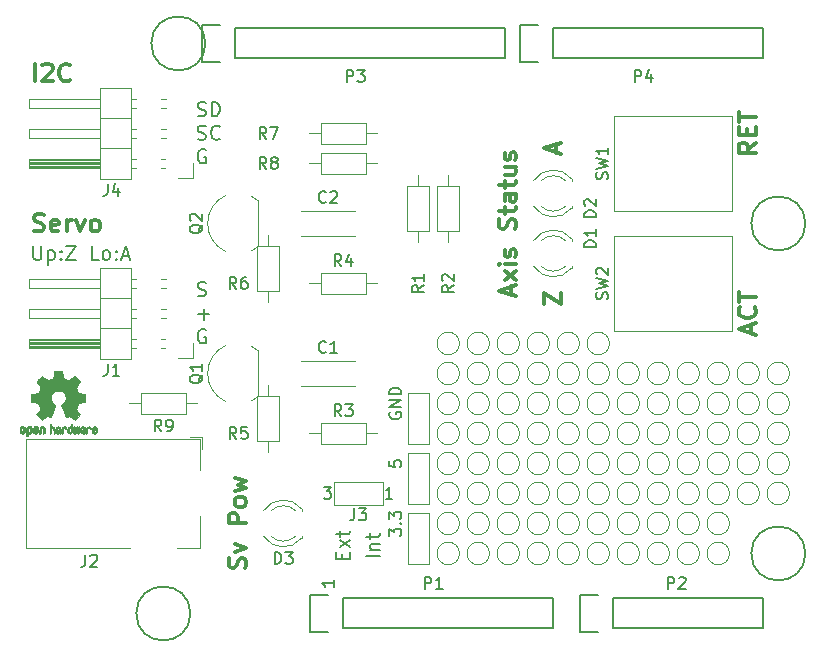
<source format=gto>
%TF.GenerationSoftware,KiCad,Pcbnew,(5.1.6)-1*%
%TF.CreationDate,2020-05-24T17:59:59+09:00*%
%TF.ProjectId,BeadsEe,42656164-7345-4652-9e6b-696361645f70,Rev.1.0*%
%TF.SameCoordinates,Original*%
%TF.FileFunction,Legend,Top*%
%TF.FilePolarity,Positive*%
%FSLAX46Y46*%
G04 Gerber Fmt 4.6, Leading zero omitted, Abs format (unit mm)*
G04 Created by KiCad (PCBNEW (5.1.6)-1) date 2020-05-24 17:59:59*
%MOMM*%
%LPD*%
G01*
G04 APERTURE LIST*
%ADD10C,0.150000*%
%ADD11C,0.200000*%
%ADD12C,0.300000*%
%ADD13C,0.120000*%
%ADD14C,0.010000*%
G04 APERTURE END LIST*
D10*
X144153000Y-106806904D02*
X144105380Y-106902142D01*
X144105380Y-107045000D01*
X144153000Y-107187857D01*
X144248238Y-107283095D01*
X144343476Y-107330714D01*
X144533952Y-107378333D01*
X144676809Y-107378333D01*
X144867285Y-107330714D01*
X144962523Y-107283095D01*
X145057761Y-107187857D01*
X145105380Y-107045000D01*
X145105380Y-106949761D01*
X145057761Y-106806904D01*
X145010142Y-106759285D01*
X144676809Y-106759285D01*
X144676809Y-106949761D01*
X145105380Y-106330714D02*
X144105380Y-106330714D01*
X145105380Y-105759285D01*
X144105380Y-105759285D01*
X145105380Y-105283095D02*
X144105380Y-105283095D01*
X144105380Y-105045000D01*
X144153000Y-104902142D01*
X144248238Y-104806904D01*
X144343476Y-104759285D01*
X144533952Y-104711666D01*
X144676809Y-104711666D01*
X144867285Y-104759285D01*
X144962523Y-104806904D01*
X145057761Y-104902142D01*
X145105380Y-105045000D01*
X145105380Y-105283095D01*
X144105380Y-110886904D02*
X144105380Y-111363095D01*
X144581571Y-111410714D01*
X144533952Y-111363095D01*
X144486333Y-111267857D01*
X144486333Y-111029761D01*
X144533952Y-110934523D01*
X144581571Y-110886904D01*
X144676809Y-110839285D01*
X144914904Y-110839285D01*
X145010142Y-110886904D01*
X145057761Y-110934523D01*
X145105380Y-111029761D01*
X145105380Y-111267857D01*
X145057761Y-111363095D01*
X145010142Y-111410714D01*
X144105380Y-117252619D02*
X144105380Y-116633571D01*
X144486333Y-116966904D01*
X144486333Y-116824047D01*
X144533952Y-116728809D01*
X144581571Y-116681190D01*
X144676809Y-116633571D01*
X144914904Y-116633571D01*
X145010142Y-116681190D01*
X145057761Y-116728809D01*
X145105380Y-116824047D01*
X145105380Y-117109761D01*
X145057761Y-117205000D01*
X145010142Y-117252619D01*
X145010142Y-116205000D02*
X145057761Y-116157380D01*
X145105380Y-116205000D01*
X145057761Y-116252619D01*
X145010142Y-116205000D01*
X145105380Y-116205000D01*
X144105380Y-115824047D02*
X144105380Y-115205000D01*
X144486333Y-115538333D01*
X144486333Y-115395476D01*
X144533952Y-115300238D01*
X144581571Y-115252619D01*
X144676809Y-115205000D01*
X144914904Y-115205000D01*
X145010142Y-115252619D01*
X145057761Y-115300238D01*
X145105380Y-115395476D01*
X145105380Y-115681190D01*
X145057761Y-115776428D01*
X145010142Y-115824047D01*
D11*
X127866571Y-81670714D02*
X128038000Y-81727857D01*
X128323714Y-81727857D01*
X128438000Y-81670714D01*
X128495142Y-81613571D01*
X128552285Y-81499285D01*
X128552285Y-81385000D01*
X128495142Y-81270714D01*
X128438000Y-81213571D01*
X128323714Y-81156428D01*
X128095142Y-81099285D01*
X127980857Y-81042142D01*
X127923714Y-80985000D01*
X127866571Y-80870714D01*
X127866571Y-80756428D01*
X127923714Y-80642142D01*
X127980857Y-80585000D01*
X128095142Y-80527857D01*
X128380857Y-80527857D01*
X128552285Y-80585000D01*
X129066571Y-81727857D02*
X129066571Y-80527857D01*
X129352285Y-80527857D01*
X129523714Y-80585000D01*
X129638000Y-80699285D01*
X129695142Y-80813571D01*
X129752285Y-81042142D01*
X129752285Y-81213571D01*
X129695142Y-81442142D01*
X129638000Y-81556428D01*
X129523714Y-81670714D01*
X129352285Y-81727857D01*
X129066571Y-81727857D01*
X127866571Y-83670714D02*
X128038000Y-83727857D01*
X128323714Y-83727857D01*
X128438000Y-83670714D01*
X128495142Y-83613571D01*
X128552285Y-83499285D01*
X128552285Y-83385000D01*
X128495142Y-83270714D01*
X128438000Y-83213571D01*
X128323714Y-83156428D01*
X128095142Y-83099285D01*
X127980857Y-83042142D01*
X127923714Y-82985000D01*
X127866571Y-82870714D01*
X127866571Y-82756428D01*
X127923714Y-82642142D01*
X127980857Y-82585000D01*
X128095142Y-82527857D01*
X128380857Y-82527857D01*
X128552285Y-82585000D01*
X129752285Y-83613571D02*
X129695142Y-83670714D01*
X129523714Y-83727857D01*
X129409428Y-83727857D01*
X129238000Y-83670714D01*
X129123714Y-83556428D01*
X129066571Y-83442142D01*
X129009428Y-83213571D01*
X129009428Y-83042142D01*
X129066571Y-82813571D01*
X129123714Y-82699285D01*
X129238000Y-82585000D01*
X129409428Y-82527857D01*
X129523714Y-82527857D01*
X129695142Y-82585000D01*
X129752285Y-82642142D01*
X128552285Y-84585000D02*
X128438000Y-84527857D01*
X128266571Y-84527857D01*
X128095142Y-84585000D01*
X127980857Y-84699285D01*
X127923714Y-84813571D01*
X127866571Y-85042142D01*
X127866571Y-85213571D01*
X127923714Y-85442142D01*
X127980857Y-85556428D01*
X128095142Y-85670714D01*
X128266571Y-85727857D01*
X128380857Y-85727857D01*
X128552285Y-85670714D01*
X128609428Y-85613571D01*
X128609428Y-85213571D01*
X128380857Y-85213571D01*
X127866571Y-96910714D02*
X128038000Y-96967857D01*
X128323714Y-96967857D01*
X128438000Y-96910714D01*
X128495142Y-96853571D01*
X128552285Y-96739285D01*
X128552285Y-96625000D01*
X128495142Y-96510714D01*
X128438000Y-96453571D01*
X128323714Y-96396428D01*
X128095142Y-96339285D01*
X127980857Y-96282142D01*
X127923714Y-96225000D01*
X127866571Y-96110714D01*
X127866571Y-95996428D01*
X127923714Y-95882142D01*
X127980857Y-95825000D01*
X128095142Y-95767857D01*
X128380857Y-95767857D01*
X128552285Y-95825000D01*
X127923714Y-98510714D02*
X128838000Y-98510714D01*
X128380857Y-98967857D02*
X128380857Y-98053571D01*
X128552285Y-99825000D02*
X128438000Y-99767857D01*
X128266571Y-99767857D01*
X128095142Y-99825000D01*
X127980857Y-99939285D01*
X127923714Y-100053571D01*
X127866571Y-100282142D01*
X127866571Y-100453571D01*
X127923714Y-100682142D01*
X127980857Y-100796428D01*
X128095142Y-100910714D01*
X128266571Y-100967857D01*
X128380857Y-100967857D01*
X128552285Y-100910714D01*
X128609428Y-100853571D01*
X128609428Y-100453571D01*
X128380857Y-100453571D01*
X113953714Y-92687857D02*
X113953714Y-93659285D01*
X114010857Y-93773571D01*
X114068000Y-93830714D01*
X114182285Y-93887857D01*
X114410857Y-93887857D01*
X114525142Y-93830714D01*
X114582285Y-93773571D01*
X114639428Y-93659285D01*
X114639428Y-92687857D01*
X115210857Y-93087857D02*
X115210857Y-94287857D01*
X115210857Y-93145000D02*
X115325142Y-93087857D01*
X115553714Y-93087857D01*
X115668000Y-93145000D01*
X115725142Y-93202142D01*
X115782285Y-93316428D01*
X115782285Y-93659285D01*
X115725142Y-93773571D01*
X115668000Y-93830714D01*
X115553714Y-93887857D01*
X115325142Y-93887857D01*
X115210857Y-93830714D01*
X116296571Y-93773571D02*
X116353714Y-93830714D01*
X116296571Y-93887857D01*
X116239428Y-93830714D01*
X116296571Y-93773571D01*
X116296571Y-93887857D01*
X116296571Y-93145000D02*
X116353714Y-93202142D01*
X116296571Y-93259285D01*
X116239428Y-93202142D01*
X116296571Y-93145000D01*
X116296571Y-93259285D01*
X116753714Y-92687857D02*
X117553714Y-92687857D01*
X116753714Y-93887857D01*
X117553714Y-93887857D01*
X119496571Y-93887857D02*
X118925142Y-93887857D01*
X118925142Y-92687857D01*
X120068000Y-93887857D02*
X119953714Y-93830714D01*
X119896571Y-93773571D01*
X119839428Y-93659285D01*
X119839428Y-93316428D01*
X119896571Y-93202142D01*
X119953714Y-93145000D01*
X120068000Y-93087857D01*
X120239428Y-93087857D01*
X120353714Y-93145000D01*
X120410857Y-93202142D01*
X120468000Y-93316428D01*
X120468000Y-93659285D01*
X120410857Y-93773571D01*
X120353714Y-93830714D01*
X120239428Y-93887857D01*
X120068000Y-93887857D01*
X120982285Y-93773571D02*
X121039428Y-93830714D01*
X120982285Y-93887857D01*
X120925142Y-93830714D01*
X120982285Y-93773571D01*
X120982285Y-93887857D01*
X120982285Y-93145000D02*
X121039428Y-93202142D01*
X120982285Y-93259285D01*
X120925142Y-93202142D01*
X120982285Y-93145000D01*
X120982285Y-93259285D01*
X121496571Y-93545000D02*
X122068000Y-93545000D01*
X121382285Y-93887857D02*
X121782285Y-92687857D01*
X122182285Y-93887857D01*
D12*
X114090142Y-78783571D02*
X114090142Y-77283571D01*
X114733000Y-77426428D02*
X114804428Y-77355000D01*
X114947285Y-77283571D01*
X115304428Y-77283571D01*
X115447285Y-77355000D01*
X115518714Y-77426428D01*
X115590142Y-77569285D01*
X115590142Y-77712142D01*
X115518714Y-77926428D01*
X114661571Y-78783571D01*
X115590142Y-78783571D01*
X117090142Y-78640714D02*
X117018714Y-78712142D01*
X116804428Y-78783571D01*
X116661571Y-78783571D01*
X116447285Y-78712142D01*
X116304428Y-78569285D01*
X116233000Y-78426428D01*
X116161571Y-78140714D01*
X116161571Y-77926428D01*
X116233000Y-77640714D01*
X116304428Y-77497857D01*
X116447285Y-77355000D01*
X116661571Y-77283571D01*
X116804428Y-77283571D01*
X117018714Y-77355000D01*
X117090142Y-77426428D01*
X114018714Y-91412142D02*
X114233000Y-91483571D01*
X114590142Y-91483571D01*
X114733000Y-91412142D01*
X114804428Y-91340714D01*
X114875857Y-91197857D01*
X114875857Y-91055000D01*
X114804428Y-90912142D01*
X114733000Y-90840714D01*
X114590142Y-90769285D01*
X114304428Y-90697857D01*
X114161571Y-90626428D01*
X114090142Y-90555000D01*
X114018714Y-90412142D01*
X114018714Y-90269285D01*
X114090142Y-90126428D01*
X114161571Y-90055000D01*
X114304428Y-89983571D01*
X114661571Y-89983571D01*
X114875857Y-90055000D01*
X116090142Y-91412142D02*
X115947285Y-91483571D01*
X115661571Y-91483571D01*
X115518714Y-91412142D01*
X115447285Y-91269285D01*
X115447285Y-90697857D01*
X115518714Y-90555000D01*
X115661571Y-90483571D01*
X115947285Y-90483571D01*
X116090142Y-90555000D01*
X116161571Y-90697857D01*
X116161571Y-90840714D01*
X115447285Y-90983571D01*
X116804428Y-91483571D02*
X116804428Y-90483571D01*
X116804428Y-90769285D02*
X116875857Y-90626428D01*
X116947285Y-90555000D01*
X117090142Y-90483571D01*
X117233000Y-90483571D01*
X117590142Y-90483571D02*
X117947285Y-91483571D01*
X118304428Y-90483571D01*
X119090142Y-91483571D02*
X118947285Y-91412142D01*
X118875857Y-91340714D01*
X118804428Y-91197857D01*
X118804428Y-90769285D01*
X118875857Y-90626428D01*
X118947285Y-90555000D01*
X119090142Y-90483571D01*
X119304428Y-90483571D01*
X119447285Y-90555000D01*
X119518714Y-90626428D01*
X119590142Y-90769285D01*
X119590142Y-91197857D01*
X119518714Y-91340714D01*
X119447285Y-91412142D01*
X119304428Y-91483571D01*
X119090142Y-91483571D01*
X131925142Y-119990714D02*
X131996571Y-119776428D01*
X131996571Y-119419285D01*
X131925142Y-119276428D01*
X131853714Y-119205000D01*
X131710857Y-119133571D01*
X131568000Y-119133571D01*
X131425142Y-119205000D01*
X131353714Y-119276428D01*
X131282285Y-119419285D01*
X131210857Y-119705000D01*
X131139428Y-119847857D01*
X131068000Y-119919285D01*
X130925142Y-119990714D01*
X130782285Y-119990714D01*
X130639428Y-119919285D01*
X130568000Y-119847857D01*
X130496571Y-119705000D01*
X130496571Y-119347857D01*
X130568000Y-119133571D01*
X130996571Y-118633571D02*
X131996571Y-118276428D01*
X130996571Y-117919285D01*
X131996571Y-116205000D02*
X130496571Y-116205000D01*
X130496571Y-115633571D01*
X130568000Y-115490714D01*
X130639428Y-115419285D01*
X130782285Y-115347857D01*
X130996571Y-115347857D01*
X131139428Y-115419285D01*
X131210857Y-115490714D01*
X131282285Y-115633571D01*
X131282285Y-116205000D01*
X131996571Y-114490714D02*
X131925142Y-114633571D01*
X131853714Y-114705000D01*
X131710857Y-114776428D01*
X131282285Y-114776428D01*
X131139428Y-114705000D01*
X131068000Y-114633571D01*
X130996571Y-114490714D01*
X130996571Y-114276428D01*
X131068000Y-114133571D01*
X131139428Y-114062142D01*
X131282285Y-113990714D01*
X131710857Y-113990714D01*
X131853714Y-114062142D01*
X131925142Y-114133571D01*
X131996571Y-114276428D01*
X131996571Y-114490714D01*
X130996571Y-113490714D02*
X131996571Y-113205000D01*
X131282285Y-112919285D01*
X131996571Y-112633571D01*
X130996571Y-112347857D01*
D11*
X143290857Y-118995714D02*
X142090857Y-118995714D01*
X142490857Y-118424285D02*
X143290857Y-118424285D01*
X142605142Y-118424285D02*
X142548000Y-118367142D01*
X142490857Y-118252857D01*
X142490857Y-118081428D01*
X142548000Y-117967142D01*
X142662285Y-117910000D01*
X143290857Y-117910000D01*
X142490857Y-117510000D02*
X142490857Y-117052857D01*
X142090857Y-117338571D02*
X143119428Y-117338571D01*
X143233714Y-117281428D01*
X143290857Y-117167142D01*
X143290857Y-117052857D01*
X140122285Y-119195714D02*
X140122285Y-118795714D01*
X140750857Y-118624285D02*
X140750857Y-119195714D01*
X139550857Y-119195714D01*
X139550857Y-118624285D01*
X140750857Y-118224285D02*
X139950857Y-117595714D01*
X139950857Y-118224285D02*
X140750857Y-117595714D01*
X139950857Y-117310000D02*
X139950857Y-116852857D01*
X139550857Y-117138571D02*
X140579428Y-117138571D01*
X140693714Y-117081428D01*
X140750857Y-116967142D01*
X140750857Y-116852857D01*
D12*
X158238000Y-84812142D02*
X158238000Y-84097857D01*
X158666571Y-84955000D02*
X157166571Y-84455000D01*
X158666571Y-83955000D01*
X157166571Y-97655000D02*
X157166571Y-96655000D01*
X158666571Y-97655000D01*
X158666571Y-96655000D01*
X154428000Y-96840714D02*
X154428000Y-96126428D01*
X154856571Y-96983571D02*
X153356571Y-96483571D01*
X154856571Y-95983571D01*
X154856571Y-95626428D02*
X153856571Y-94840714D01*
X153856571Y-95626428D02*
X154856571Y-94840714D01*
X154856571Y-94269285D02*
X153856571Y-94269285D01*
X153356571Y-94269285D02*
X153428000Y-94340714D01*
X153499428Y-94269285D01*
X153428000Y-94197857D01*
X153356571Y-94269285D01*
X153499428Y-94269285D01*
X154785142Y-93626428D02*
X154856571Y-93483571D01*
X154856571Y-93197857D01*
X154785142Y-93055000D01*
X154642285Y-92983571D01*
X154570857Y-92983571D01*
X154428000Y-93055000D01*
X154356571Y-93197857D01*
X154356571Y-93412142D01*
X154285142Y-93555000D01*
X154142285Y-93626428D01*
X154070857Y-93626428D01*
X153928000Y-93555000D01*
X153856571Y-93412142D01*
X153856571Y-93197857D01*
X153928000Y-93055000D01*
X154785142Y-91269285D02*
X154856571Y-91055000D01*
X154856571Y-90697857D01*
X154785142Y-90555000D01*
X154713714Y-90483571D01*
X154570857Y-90412142D01*
X154428000Y-90412142D01*
X154285142Y-90483571D01*
X154213714Y-90555000D01*
X154142285Y-90697857D01*
X154070857Y-90983571D01*
X153999428Y-91126428D01*
X153928000Y-91197857D01*
X153785142Y-91269285D01*
X153642285Y-91269285D01*
X153499428Y-91197857D01*
X153428000Y-91126428D01*
X153356571Y-90983571D01*
X153356571Y-90626428D01*
X153428000Y-90412142D01*
X153856571Y-89983571D02*
X153856571Y-89412142D01*
X153356571Y-89769285D02*
X154642285Y-89769285D01*
X154785142Y-89697857D01*
X154856571Y-89555000D01*
X154856571Y-89412142D01*
X154856571Y-88269285D02*
X154070857Y-88269285D01*
X153928000Y-88340714D01*
X153856571Y-88483571D01*
X153856571Y-88769285D01*
X153928000Y-88912142D01*
X154785142Y-88269285D02*
X154856571Y-88412142D01*
X154856571Y-88769285D01*
X154785142Y-88912142D01*
X154642285Y-88983571D01*
X154499428Y-88983571D01*
X154356571Y-88912142D01*
X154285142Y-88769285D01*
X154285142Y-88412142D01*
X154213714Y-88269285D01*
X153856571Y-87769285D02*
X153856571Y-87197857D01*
X153356571Y-87555000D02*
X154642285Y-87555000D01*
X154785142Y-87483571D01*
X154856571Y-87340714D01*
X154856571Y-87197857D01*
X153856571Y-86055000D02*
X154856571Y-86055000D01*
X153856571Y-86697857D02*
X154642285Y-86697857D01*
X154785142Y-86626428D01*
X154856571Y-86483571D01*
X154856571Y-86269285D01*
X154785142Y-86126428D01*
X154713714Y-86055000D01*
X154785142Y-85412142D02*
X154856571Y-85269285D01*
X154856571Y-84983571D01*
X154785142Y-84840714D01*
X154642285Y-84769285D01*
X154570857Y-84769285D01*
X154428000Y-84840714D01*
X154356571Y-84983571D01*
X154356571Y-85197857D01*
X154285142Y-85340714D01*
X154142285Y-85412142D01*
X154070857Y-85412142D01*
X153928000Y-85340714D01*
X153856571Y-85197857D01*
X153856571Y-84983571D01*
X153928000Y-84840714D01*
X175176571Y-83970714D02*
X174462285Y-84470714D01*
X175176571Y-84827857D02*
X173676571Y-84827857D01*
X173676571Y-84256428D01*
X173748000Y-84113571D01*
X173819428Y-84042142D01*
X173962285Y-83970714D01*
X174176571Y-83970714D01*
X174319428Y-84042142D01*
X174390857Y-84113571D01*
X174462285Y-84256428D01*
X174462285Y-84827857D01*
X174390857Y-83327857D02*
X174390857Y-82827857D01*
X175176571Y-82613571D02*
X175176571Y-83327857D01*
X173676571Y-83327857D01*
X173676571Y-82613571D01*
X173676571Y-82185000D02*
X173676571Y-81327857D01*
X175176571Y-81756428D02*
X173676571Y-81756428D01*
X174748000Y-100103571D02*
X174748000Y-99389285D01*
X175176571Y-100246428D02*
X173676571Y-99746428D01*
X175176571Y-99246428D01*
X175033714Y-97889285D02*
X175105142Y-97960714D01*
X175176571Y-98175000D01*
X175176571Y-98317857D01*
X175105142Y-98532142D01*
X174962285Y-98675000D01*
X174819428Y-98746428D01*
X174533714Y-98817857D01*
X174319428Y-98817857D01*
X174033714Y-98746428D01*
X173890857Y-98675000D01*
X173748000Y-98532142D01*
X173676571Y-98317857D01*
X173676571Y-98175000D01*
X173748000Y-97960714D01*
X173819428Y-97889285D01*
X173676571Y-97460714D02*
X173676571Y-96603571D01*
X175176571Y-97032142D02*
X173676571Y-97032142D01*
D10*
X139390380Y-120999285D02*
X139390380Y-121570714D01*
X139390380Y-121285000D02*
X138390380Y-121285000D01*
X138533238Y-121380238D01*
X138628476Y-121475476D01*
X138676095Y-121570714D01*
D13*
%TO.C,TP4*%
X177988000Y-113665000D02*
G75*
G03*
X177988000Y-113665000I-950000J0D01*
G01*
X175448000Y-113665000D02*
G75*
G03*
X175448000Y-113665000I-950000J0D01*
G01*
X172908000Y-113665000D02*
G75*
G03*
X172908000Y-113665000I-950000J0D01*
G01*
X177988000Y-111125000D02*
G75*
G03*
X177988000Y-111125000I-950000J0D01*
G01*
X175448000Y-111125000D02*
G75*
G03*
X175448000Y-111125000I-950000J0D01*
G01*
X172908000Y-111125000D02*
G75*
G03*
X172908000Y-111125000I-950000J0D01*
G01*
X177988000Y-108585000D02*
G75*
G03*
X177988000Y-108585000I-950000J0D01*
G01*
X175448000Y-108585000D02*
G75*
G03*
X175448000Y-108585000I-950000J0D01*
G01*
X172908000Y-108585000D02*
G75*
G03*
X172908000Y-108585000I-950000J0D01*
G01*
X177988000Y-106045000D02*
G75*
G03*
X177988000Y-106045000I-950000J0D01*
G01*
X175448000Y-106045000D02*
G75*
G03*
X175448000Y-106045000I-950000J0D01*
G01*
X172908000Y-106045000D02*
G75*
G03*
X172908000Y-106045000I-950000J0D01*
G01*
X177988000Y-103505000D02*
G75*
G03*
X177988000Y-103505000I-950000J0D01*
G01*
X175448000Y-103505000D02*
G75*
G03*
X175448000Y-103505000I-950000J0D01*
G01*
X172908000Y-118745000D02*
G75*
G03*
X172908000Y-118745000I-950000J0D01*
G01*
X170368000Y-118745000D02*
G75*
G03*
X170368000Y-118745000I-950000J0D01*
G01*
X167828000Y-118745000D02*
G75*
G03*
X167828000Y-118745000I-950000J0D01*
G01*
X165288000Y-118745000D02*
G75*
G03*
X165288000Y-118745000I-950000J0D01*
G01*
X172908000Y-116205000D02*
G75*
G03*
X172908000Y-116205000I-950000J0D01*
G01*
X170368000Y-116205000D02*
G75*
G03*
X170368000Y-116205000I-950000J0D01*
G01*
X167828000Y-116205000D02*
G75*
G03*
X167828000Y-116205000I-950000J0D01*
G01*
X165288000Y-116205000D02*
G75*
G03*
X165288000Y-116205000I-950000J0D01*
G01*
X170368000Y-113665000D02*
G75*
G03*
X170368000Y-113665000I-950000J0D01*
G01*
X167828000Y-113665000D02*
G75*
G03*
X167828000Y-113665000I-950000J0D01*
G01*
X165288000Y-113665000D02*
G75*
G03*
X165288000Y-113665000I-950000J0D01*
G01*
X170368000Y-111125000D02*
G75*
G03*
X170368000Y-111125000I-950000J0D01*
G01*
X167828000Y-111125000D02*
G75*
G03*
X167828000Y-111125000I-950000J0D01*
G01*
X165288000Y-111125000D02*
G75*
G03*
X165288000Y-111125000I-950000J0D01*
G01*
X170368000Y-108585000D02*
G75*
G03*
X170368000Y-108585000I-950000J0D01*
G01*
X167828000Y-108585000D02*
G75*
G03*
X167828000Y-108585000I-950000J0D01*
G01*
X165288000Y-108585000D02*
G75*
G03*
X165288000Y-108585000I-950000J0D01*
G01*
X170368000Y-106045000D02*
G75*
G03*
X170368000Y-106045000I-950000J0D01*
G01*
X167828000Y-106045000D02*
G75*
G03*
X167828000Y-106045000I-950000J0D01*
G01*
X165288000Y-106045000D02*
G75*
G03*
X165288000Y-106045000I-950000J0D01*
G01*
X172908000Y-103505000D02*
G75*
G03*
X172908000Y-103505000I-950000J0D01*
G01*
X170368000Y-103505000D02*
G75*
G03*
X170368000Y-103505000I-950000J0D01*
G01*
X167828000Y-103505000D02*
G75*
G03*
X167828000Y-103505000I-950000J0D01*
G01*
X165288000Y-103505000D02*
G75*
G03*
X165288000Y-103505000I-950000J0D01*
G01*
X150048000Y-100965000D02*
G75*
G03*
X150048000Y-100965000I-950000J0D01*
G01*
X162748000Y-118745000D02*
G75*
G03*
X162748000Y-118745000I-950000J0D01*
G01*
X160208000Y-118745000D02*
G75*
G03*
X160208000Y-118745000I-950000J0D01*
G01*
X157668000Y-118745000D02*
G75*
G03*
X157668000Y-118745000I-950000J0D01*
G01*
X155128000Y-118745000D02*
G75*
G03*
X155128000Y-118745000I-950000J0D01*
G01*
X152588000Y-118745000D02*
G75*
G03*
X152588000Y-118745000I-950000J0D01*
G01*
X150048000Y-118745000D02*
G75*
G03*
X150048000Y-118745000I-950000J0D01*
G01*
X162748000Y-116205000D02*
G75*
G03*
X162748000Y-116205000I-950000J0D01*
G01*
X160208000Y-116205000D02*
G75*
G03*
X160208000Y-116205000I-950000J0D01*
G01*
X157668000Y-116205000D02*
G75*
G03*
X157668000Y-116205000I-950000J0D01*
G01*
X155128000Y-116205000D02*
G75*
G03*
X155128000Y-116205000I-950000J0D01*
G01*
X152588000Y-116205000D02*
G75*
G03*
X152588000Y-116205000I-950000J0D01*
G01*
X150048000Y-116205000D02*
G75*
G03*
X150048000Y-116205000I-950000J0D01*
G01*
X162748000Y-113665000D02*
G75*
G03*
X162748000Y-113665000I-950000J0D01*
G01*
X160208000Y-113665000D02*
G75*
G03*
X160208000Y-113665000I-950000J0D01*
G01*
X157668000Y-113665000D02*
G75*
G03*
X157668000Y-113665000I-950000J0D01*
G01*
X155128000Y-113665000D02*
G75*
G03*
X155128000Y-113665000I-950000J0D01*
G01*
X152588000Y-113665000D02*
G75*
G03*
X152588000Y-113665000I-950000J0D01*
G01*
X150048000Y-113665000D02*
G75*
G03*
X150048000Y-113665000I-950000J0D01*
G01*
X162748000Y-111125000D02*
G75*
G03*
X162748000Y-111125000I-950000J0D01*
G01*
X160208000Y-111125000D02*
G75*
G03*
X160208000Y-111125000I-950000J0D01*
G01*
X157668000Y-111125000D02*
G75*
G03*
X157668000Y-111125000I-950000J0D01*
G01*
X155128000Y-111125000D02*
G75*
G03*
X155128000Y-111125000I-950000J0D01*
G01*
X152588000Y-111125000D02*
G75*
G03*
X152588000Y-111125000I-950000J0D01*
G01*
X150048000Y-111125000D02*
G75*
G03*
X150048000Y-111125000I-950000J0D01*
G01*
X162748000Y-108585000D02*
G75*
G03*
X162748000Y-108585000I-950000J0D01*
G01*
X160208000Y-108585000D02*
G75*
G03*
X160208000Y-108585000I-950000J0D01*
G01*
X157668000Y-108585000D02*
G75*
G03*
X157668000Y-108585000I-950000J0D01*
G01*
X155128000Y-108585000D02*
G75*
G03*
X155128000Y-108585000I-950000J0D01*
G01*
X152588000Y-108585000D02*
G75*
G03*
X152588000Y-108585000I-950000J0D01*
G01*
X150048000Y-108585000D02*
G75*
G03*
X150048000Y-108585000I-950000J0D01*
G01*
X162748000Y-106045000D02*
G75*
G03*
X162748000Y-106045000I-950000J0D01*
G01*
X160208000Y-106045000D02*
G75*
G03*
X160208000Y-106045000I-950000J0D01*
G01*
X157668000Y-106045000D02*
G75*
G03*
X157668000Y-106045000I-950000J0D01*
G01*
X155128000Y-106045000D02*
G75*
G03*
X155128000Y-106045000I-950000J0D01*
G01*
X152588000Y-106045000D02*
G75*
G03*
X152588000Y-106045000I-950000J0D01*
G01*
X150048000Y-106045000D02*
G75*
G03*
X150048000Y-106045000I-950000J0D01*
G01*
X162748000Y-103505000D02*
G75*
G03*
X162748000Y-103505000I-950000J0D01*
G01*
X160208000Y-103505000D02*
G75*
G03*
X160208000Y-103505000I-950000J0D01*
G01*
X157668000Y-103505000D02*
G75*
G03*
X157668000Y-103505000I-950000J0D01*
G01*
X155128000Y-103505000D02*
G75*
G03*
X155128000Y-103505000I-950000J0D01*
G01*
X152588000Y-103505000D02*
G75*
G03*
X152588000Y-103505000I-950000J0D01*
G01*
X150048000Y-103505000D02*
G75*
G03*
X150048000Y-103505000I-950000J0D01*
G01*
X162748000Y-100965000D02*
G75*
G03*
X162748000Y-100965000I-950000J0D01*
G01*
X160208000Y-100965000D02*
G75*
G03*
X160208000Y-100965000I-950000J0D01*
G01*
X157668000Y-100965000D02*
G75*
G03*
X157668000Y-100965000I-950000J0D01*
G01*
X155128000Y-100965000D02*
G75*
G03*
X155128000Y-100965000I-950000J0D01*
G01*
X152588000Y-100965000D02*
G75*
G03*
X152588000Y-100965000I-950000J0D01*
G01*
%TO.C,TP1*%
X147458000Y-110265000D02*
X145658000Y-110265000D01*
X145658000Y-114565000D02*
X147458000Y-114565000D01*
X145658000Y-114565000D02*
X145658000Y-110265000D01*
X147458000Y-110265000D02*
X147458000Y-114565000D01*
%TO.C,TP3*%
X147458000Y-105185000D02*
X145658000Y-105185000D01*
X145658000Y-109485000D02*
X147458000Y-109485000D01*
X145658000Y-109485000D02*
X145658000Y-105185000D01*
X147458000Y-105185000D02*
X147458000Y-109485000D01*
%TO.C,TP2*%
X147458000Y-115345000D02*
X145658000Y-115345000D01*
X145658000Y-119645000D02*
X147458000Y-119645000D01*
X145658000Y-119645000D02*
X145658000Y-115345000D01*
X147458000Y-115345000D02*
X147458000Y-119645000D01*
D14*
%TO.C,H1*%
G36*
X116181910Y-103287348D02*
G01*
X116260454Y-103287778D01*
X116317298Y-103288942D01*
X116356105Y-103291207D01*
X116380538Y-103294940D01*
X116394262Y-103300506D01*
X116400940Y-103308273D01*
X116404236Y-103318605D01*
X116404556Y-103319943D01*
X116409562Y-103344079D01*
X116418829Y-103391701D01*
X116431392Y-103457741D01*
X116446287Y-103537128D01*
X116462551Y-103624796D01*
X116463119Y-103627875D01*
X116479410Y-103713789D01*
X116494652Y-103789696D01*
X116507861Y-103851045D01*
X116518054Y-103893282D01*
X116524248Y-103911855D01*
X116524543Y-103912184D01*
X116542788Y-103921253D01*
X116580405Y-103936367D01*
X116629271Y-103954262D01*
X116629543Y-103954358D01*
X116691093Y-103977493D01*
X116763657Y-104006965D01*
X116832057Y-104036597D01*
X116835294Y-104038062D01*
X116946702Y-104088626D01*
X117193399Y-103920160D01*
X117269077Y-103868803D01*
X117337631Y-103822889D01*
X117395088Y-103785030D01*
X117437476Y-103757837D01*
X117460825Y-103743921D01*
X117463042Y-103742889D01*
X117480010Y-103747484D01*
X117511701Y-103769655D01*
X117559352Y-103810447D01*
X117624198Y-103870905D01*
X117690397Y-103935227D01*
X117754214Y-103998612D01*
X117811329Y-104056451D01*
X117858305Y-104105175D01*
X117891703Y-104141210D01*
X117908085Y-104160984D01*
X117908694Y-104162002D01*
X117910505Y-104175572D01*
X117903683Y-104197733D01*
X117886540Y-104231478D01*
X117857393Y-104279800D01*
X117814555Y-104345692D01*
X117757448Y-104430517D01*
X117706766Y-104505177D01*
X117661461Y-104572140D01*
X117624150Y-104627516D01*
X117597452Y-104667420D01*
X117583985Y-104687962D01*
X117583137Y-104689356D01*
X117584781Y-104709038D01*
X117597245Y-104747293D01*
X117618048Y-104796889D01*
X117625462Y-104812728D01*
X117657814Y-104883290D01*
X117692328Y-104963353D01*
X117720365Y-105032629D01*
X117740568Y-105084045D01*
X117756615Y-105123119D01*
X117765888Y-105143541D01*
X117767041Y-105145114D01*
X117784096Y-105147721D01*
X117824298Y-105154863D01*
X117882302Y-105165523D01*
X117952763Y-105178685D01*
X118030335Y-105193333D01*
X118109672Y-105208449D01*
X118185431Y-105223018D01*
X118252264Y-105236022D01*
X118304828Y-105246445D01*
X118337776Y-105253270D01*
X118345857Y-105255199D01*
X118354205Y-105259962D01*
X118360506Y-105270718D01*
X118365045Y-105291098D01*
X118368104Y-105324734D01*
X118369967Y-105375255D01*
X118370918Y-105446292D01*
X118371240Y-105541476D01*
X118371257Y-105580492D01*
X118371257Y-105897799D01*
X118295057Y-105912839D01*
X118252663Y-105920995D01*
X118189400Y-105932899D01*
X118112962Y-105947116D01*
X118031043Y-105962210D01*
X118008400Y-105966355D01*
X117932806Y-105981053D01*
X117866953Y-105995505D01*
X117816366Y-106008375D01*
X117786574Y-106018322D01*
X117781612Y-106021287D01*
X117769426Y-106042283D01*
X117751953Y-106082967D01*
X117732577Y-106135322D01*
X117728734Y-106146600D01*
X117703339Y-106216523D01*
X117671817Y-106295418D01*
X117640969Y-106366266D01*
X117640817Y-106366595D01*
X117589447Y-106477733D01*
X117758399Y-106726253D01*
X117927352Y-106974772D01*
X117710429Y-107192058D01*
X117644819Y-107256726D01*
X117584979Y-107313733D01*
X117534267Y-107360033D01*
X117496046Y-107392584D01*
X117473675Y-107408343D01*
X117470466Y-107409343D01*
X117451626Y-107401469D01*
X117413180Y-107379578D01*
X117359330Y-107346267D01*
X117294276Y-107304131D01*
X117223940Y-107256943D01*
X117152555Y-107208810D01*
X117088908Y-107166928D01*
X117037041Y-107133871D01*
X117000995Y-107112218D01*
X116984867Y-107104543D01*
X116965189Y-107111037D01*
X116927875Y-107128150D01*
X116880621Y-107152326D01*
X116875612Y-107155013D01*
X116811977Y-107186927D01*
X116768341Y-107202579D01*
X116741202Y-107202745D01*
X116727057Y-107188204D01*
X116726975Y-107188000D01*
X116719905Y-107170779D01*
X116703042Y-107129899D01*
X116677695Y-107068525D01*
X116645171Y-106989819D01*
X116606778Y-106896947D01*
X116563822Y-106793072D01*
X116522222Y-106692502D01*
X116476504Y-106581516D01*
X116434526Y-106478703D01*
X116397548Y-106387215D01*
X116366827Y-106310201D01*
X116343622Y-106250815D01*
X116329190Y-106212209D01*
X116324743Y-106197800D01*
X116335896Y-106181272D01*
X116365069Y-106154930D01*
X116403971Y-106125887D01*
X116514757Y-106034039D01*
X116601351Y-105928759D01*
X116662716Y-105812266D01*
X116697815Y-105686776D01*
X116705608Y-105554507D01*
X116699943Y-105493457D01*
X116669078Y-105366795D01*
X116615920Y-105254941D01*
X116543767Y-105159001D01*
X116455917Y-105080076D01*
X116355665Y-105019270D01*
X116246310Y-104977687D01*
X116131147Y-104956428D01*
X116013475Y-104956599D01*
X115896590Y-104979301D01*
X115783789Y-105025638D01*
X115678369Y-105096713D01*
X115634368Y-105136911D01*
X115549979Y-105240129D01*
X115491222Y-105352925D01*
X115457704Y-105472010D01*
X115449035Y-105594095D01*
X115464823Y-105715893D01*
X115504678Y-105834116D01*
X115568207Y-105945475D01*
X115655021Y-106046684D01*
X115752029Y-106125887D01*
X115792437Y-106156162D01*
X115820982Y-106182219D01*
X115831257Y-106197825D01*
X115825877Y-106214843D01*
X115810575Y-106255500D01*
X115786612Y-106316642D01*
X115755244Y-106395119D01*
X115717732Y-106487780D01*
X115675333Y-106591472D01*
X115633663Y-106692526D01*
X115587690Y-106803607D01*
X115545107Y-106906541D01*
X115507221Y-106998165D01*
X115475340Y-107075316D01*
X115450771Y-107134831D01*
X115434820Y-107173544D01*
X115428910Y-107188000D01*
X115414948Y-107202685D01*
X115387940Y-107202642D01*
X115344413Y-107187099D01*
X115280890Y-107155284D01*
X115280388Y-107155013D01*
X115232560Y-107130323D01*
X115193897Y-107112338D01*
X115172095Y-107104614D01*
X115171133Y-107104543D01*
X115154721Y-107112378D01*
X115118487Y-107134165D01*
X115066474Y-107167328D01*
X115002725Y-107209291D01*
X114932060Y-107256943D01*
X114860116Y-107305191D01*
X114795274Y-107347151D01*
X114741735Y-107380227D01*
X114703697Y-107401821D01*
X114685533Y-107409343D01*
X114668808Y-107399457D01*
X114635180Y-107371826D01*
X114588010Y-107329495D01*
X114530658Y-107275505D01*
X114466484Y-107212899D01*
X114445497Y-107191983D01*
X114228499Y-106974623D01*
X114393668Y-106732220D01*
X114443864Y-106657781D01*
X114487919Y-106590972D01*
X114523362Y-106535665D01*
X114547719Y-106495729D01*
X114558522Y-106475036D01*
X114558838Y-106473563D01*
X114553143Y-106454058D01*
X114537826Y-106414822D01*
X114515537Y-106362430D01*
X114499893Y-106327355D01*
X114470641Y-106260201D01*
X114443094Y-106192358D01*
X114421737Y-106135034D01*
X114415935Y-106117572D01*
X114399452Y-106070938D01*
X114383340Y-106034905D01*
X114374490Y-106021287D01*
X114354960Y-106012952D01*
X114312334Y-106001137D01*
X114252145Y-105987181D01*
X114179922Y-105972422D01*
X114147600Y-105966355D01*
X114065522Y-105951273D01*
X113986795Y-105936669D01*
X113919109Y-105923980D01*
X113870160Y-105914642D01*
X113860943Y-105912839D01*
X113784743Y-105897799D01*
X113784743Y-105580492D01*
X113784914Y-105476154D01*
X113785616Y-105397213D01*
X113787134Y-105340038D01*
X113789749Y-105300999D01*
X113793746Y-105276465D01*
X113799409Y-105262805D01*
X113807020Y-105256389D01*
X113810143Y-105255199D01*
X113828978Y-105250980D01*
X113870588Y-105242562D01*
X113929630Y-105230961D01*
X114000757Y-105217195D01*
X114078625Y-105202280D01*
X114157887Y-105187232D01*
X114233198Y-105173069D01*
X114299213Y-105160806D01*
X114350587Y-105151461D01*
X114381975Y-105146050D01*
X114388959Y-105145114D01*
X114395285Y-105132596D01*
X114409290Y-105099246D01*
X114428355Y-105051377D01*
X114435634Y-105032629D01*
X114464996Y-104960195D01*
X114499571Y-104880170D01*
X114530537Y-104812728D01*
X114553323Y-104761159D01*
X114568482Y-104718785D01*
X114573542Y-104692834D01*
X114572736Y-104689356D01*
X114562041Y-104672936D01*
X114537620Y-104636417D01*
X114502095Y-104583687D01*
X114458087Y-104518635D01*
X114408217Y-104445151D01*
X114398356Y-104430645D01*
X114340492Y-104344704D01*
X114297956Y-104279261D01*
X114269054Y-104231304D01*
X114252090Y-104197820D01*
X114245367Y-104175795D01*
X114247190Y-104162217D01*
X114247236Y-104162131D01*
X114261586Y-104144297D01*
X114293323Y-104109817D01*
X114339010Y-104062268D01*
X114395204Y-104005222D01*
X114458468Y-103942255D01*
X114465602Y-103935227D01*
X114545330Y-103858020D01*
X114606857Y-103801330D01*
X114651421Y-103764110D01*
X114680257Y-103745315D01*
X114692958Y-103742889D01*
X114711494Y-103753471D01*
X114749961Y-103777916D01*
X114804386Y-103813612D01*
X114870798Y-103857947D01*
X114945225Y-103908311D01*
X114962601Y-103920160D01*
X115209297Y-104088626D01*
X115320706Y-104038062D01*
X115388457Y-104008595D01*
X115461183Y-103978959D01*
X115523703Y-103955330D01*
X115526457Y-103954358D01*
X115575360Y-103936457D01*
X115613057Y-103921320D01*
X115631425Y-103912210D01*
X115631456Y-103912184D01*
X115637285Y-103895717D01*
X115647192Y-103855219D01*
X115660195Y-103795242D01*
X115675309Y-103720340D01*
X115691552Y-103635064D01*
X115692881Y-103627875D01*
X115709175Y-103540014D01*
X115724133Y-103460260D01*
X115736791Y-103393681D01*
X115746186Y-103345347D01*
X115751354Y-103320325D01*
X115751444Y-103319943D01*
X115754589Y-103309299D01*
X115760704Y-103301262D01*
X115773453Y-103295467D01*
X115796500Y-103291547D01*
X115833509Y-103289135D01*
X115888144Y-103287865D01*
X115964067Y-103287371D01*
X116064944Y-103287286D01*
X116078000Y-103287286D01*
X116181910Y-103287348D01*
G37*
X116181910Y-103287348D02*
X116260454Y-103287778D01*
X116317298Y-103288942D01*
X116356105Y-103291207D01*
X116380538Y-103294940D01*
X116394262Y-103300506D01*
X116400940Y-103308273D01*
X116404236Y-103318605D01*
X116404556Y-103319943D01*
X116409562Y-103344079D01*
X116418829Y-103391701D01*
X116431392Y-103457741D01*
X116446287Y-103537128D01*
X116462551Y-103624796D01*
X116463119Y-103627875D01*
X116479410Y-103713789D01*
X116494652Y-103789696D01*
X116507861Y-103851045D01*
X116518054Y-103893282D01*
X116524248Y-103911855D01*
X116524543Y-103912184D01*
X116542788Y-103921253D01*
X116580405Y-103936367D01*
X116629271Y-103954262D01*
X116629543Y-103954358D01*
X116691093Y-103977493D01*
X116763657Y-104006965D01*
X116832057Y-104036597D01*
X116835294Y-104038062D01*
X116946702Y-104088626D01*
X117193399Y-103920160D01*
X117269077Y-103868803D01*
X117337631Y-103822889D01*
X117395088Y-103785030D01*
X117437476Y-103757837D01*
X117460825Y-103743921D01*
X117463042Y-103742889D01*
X117480010Y-103747484D01*
X117511701Y-103769655D01*
X117559352Y-103810447D01*
X117624198Y-103870905D01*
X117690397Y-103935227D01*
X117754214Y-103998612D01*
X117811329Y-104056451D01*
X117858305Y-104105175D01*
X117891703Y-104141210D01*
X117908085Y-104160984D01*
X117908694Y-104162002D01*
X117910505Y-104175572D01*
X117903683Y-104197733D01*
X117886540Y-104231478D01*
X117857393Y-104279800D01*
X117814555Y-104345692D01*
X117757448Y-104430517D01*
X117706766Y-104505177D01*
X117661461Y-104572140D01*
X117624150Y-104627516D01*
X117597452Y-104667420D01*
X117583985Y-104687962D01*
X117583137Y-104689356D01*
X117584781Y-104709038D01*
X117597245Y-104747293D01*
X117618048Y-104796889D01*
X117625462Y-104812728D01*
X117657814Y-104883290D01*
X117692328Y-104963353D01*
X117720365Y-105032629D01*
X117740568Y-105084045D01*
X117756615Y-105123119D01*
X117765888Y-105143541D01*
X117767041Y-105145114D01*
X117784096Y-105147721D01*
X117824298Y-105154863D01*
X117882302Y-105165523D01*
X117952763Y-105178685D01*
X118030335Y-105193333D01*
X118109672Y-105208449D01*
X118185431Y-105223018D01*
X118252264Y-105236022D01*
X118304828Y-105246445D01*
X118337776Y-105253270D01*
X118345857Y-105255199D01*
X118354205Y-105259962D01*
X118360506Y-105270718D01*
X118365045Y-105291098D01*
X118368104Y-105324734D01*
X118369967Y-105375255D01*
X118370918Y-105446292D01*
X118371240Y-105541476D01*
X118371257Y-105580492D01*
X118371257Y-105897799D01*
X118295057Y-105912839D01*
X118252663Y-105920995D01*
X118189400Y-105932899D01*
X118112962Y-105947116D01*
X118031043Y-105962210D01*
X118008400Y-105966355D01*
X117932806Y-105981053D01*
X117866953Y-105995505D01*
X117816366Y-106008375D01*
X117786574Y-106018322D01*
X117781612Y-106021287D01*
X117769426Y-106042283D01*
X117751953Y-106082967D01*
X117732577Y-106135322D01*
X117728734Y-106146600D01*
X117703339Y-106216523D01*
X117671817Y-106295418D01*
X117640969Y-106366266D01*
X117640817Y-106366595D01*
X117589447Y-106477733D01*
X117758399Y-106726253D01*
X117927352Y-106974772D01*
X117710429Y-107192058D01*
X117644819Y-107256726D01*
X117584979Y-107313733D01*
X117534267Y-107360033D01*
X117496046Y-107392584D01*
X117473675Y-107408343D01*
X117470466Y-107409343D01*
X117451626Y-107401469D01*
X117413180Y-107379578D01*
X117359330Y-107346267D01*
X117294276Y-107304131D01*
X117223940Y-107256943D01*
X117152555Y-107208810D01*
X117088908Y-107166928D01*
X117037041Y-107133871D01*
X117000995Y-107112218D01*
X116984867Y-107104543D01*
X116965189Y-107111037D01*
X116927875Y-107128150D01*
X116880621Y-107152326D01*
X116875612Y-107155013D01*
X116811977Y-107186927D01*
X116768341Y-107202579D01*
X116741202Y-107202745D01*
X116727057Y-107188204D01*
X116726975Y-107188000D01*
X116719905Y-107170779D01*
X116703042Y-107129899D01*
X116677695Y-107068525D01*
X116645171Y-106989819D01*
X116606778Y-106896947D01*
X116563822Y-106793072D01*
X116522222Y-106692502D01*
X116476504Y-106581516D01*
X116434526Y-106478703D01*
X116397548Y-106387215D01*
X116366827Y-106310201D01*
X116343622Y-106250815D01*
X116329190Y-106212209D01*
X116324743Y-106197800D01*
X116335896Y-106181272D01*
X116365069Y-106154930D01*
X116403971Y-106125887D01*
X116514757Y-106034039D01*
X116601351Y-105928759D01*
X116662716Y-105812266D01*
X116697815Y-105686776D01*
X116705608Y-105554507D01*
X116699943Y-105493457D01*
X116669078Y-105366795D01*
X116615920Y-105254941D01*
X116543767Y-105159001D01*
X116455917Y-105080076D01*
X116355665Y-105019270D01*
X116246310Y-104977687D01*
X116131147Y-104956428D01*
X116013475Y-104956599D01*
X115896590Y-104979301D01*
X115783789Y-105025638D01*
X115678369Y-105096713D01*
X115634368Y-105136911D01*
X115549979Y-105240129D01*
X115491222Y-105352925D01*
X115457704Y-105472010D01*
X115449035Y-105594095D01*
X115464823Y-105715893D01*
X115504678Y-105834116D01*
X115568207Y-105945475D01*
X115655021Y-106046684D01*
X115752029Y-106125887D01*
X115792437Y-106156162D01*
X115820982Y-106182219D01*
X115831257Y-106197825D01*
X115825877Y-106214843D01*
X115810575Y-106255500D01*
X115786612Y-106316642D01*
X115755244Y-106395119D01*
X115717732Y-106487780D01*
X115675333Y-106591472D01*
X115633663Y-106692526D01*
X115587690Y-106803607D01*
X115545107Y-106906541D01*
X115507221Y-106998165D01*
X115475340Y-107075316D01*
X115450771Y-107134831D01*
X115434820Y-107173544D01*
X115428910Y-107188000D01*
X115414948Y-107202685D01*
X115387940Y-107202642D01*
X115344413Y-107187099D01*
X115280890Y-107155284D01*
X115280388Y-107155013D01*
X115232560Y-107130323D01*
X115193897Y-107112338D01*
X115172095Y-107104614D01*
X115171133Y-107104543D01*
X115154721Y-107112378D01*
X115118487Y-107134165D01*
X115066474Y-107167328D01*
X115002725Y-107209291D01*
X114932060Y-107256943D01*
X114860116Y-107305191D01*
X114795274Y-107347151D01*
X114741735Y-107380227D01*
X114703697Y-107401821D01*
X114685533Y-107409343D01*
X114668808Y-107399457D01*
X114635180Y-107371826D01*
X114588010Y-107329495D01*
X114530658Y-107275505D01*
X114466484Y-107212899D01*
X114445497Y-107191983D01*
X114228499Y-106974623D01*
X114393668Y-106732220D01*
X114443864Y-106657781D01*
X114487919Y-106590972D01*
X114523362Y-106535665D01*
X114547719Y-106495729D01*
X114558522Y-106475036D01*
X114558838Y-106473563D01*
X114553143Y-106454058D01*
X114537826Y-106414822D01*
X114515537Y-106362430D01*
X114499893Y-106327355D01*
X114470641Y-106260201D01*
X114443094Y-106192358D01*
X114421737Y-106135034D01*
X114415935Y-106117572D01*
X114399452Y-106070938D01*
X114383340Y-106034905D01*
X114374490Y-106021287D01*
X114354960Y-106012952D01*
X114312334Y-106001137D01*
X114252145Y-105987181D01*
X114179922Y-105972422D01*
X114147600Y-105966355D01*
X114065522Y-105951273D01*
X113986795Y-105936669D01*
X113919109Y-105923980D01*
X113870160Y-105914642D01*
X113860943Y-105912839D01*
X113784743Y-105897799D01*
X113784743Y-105580492D01*
X113784914Y-105476154D01*
X113785616Y-105397213D01*
X113787134Y-105340038D01*
X113789749Y-105300999D01*
X113793746Y-105276465D01*
X113799409Y-105262805D01*
X113807020Y-105256389D01*
X113810143Y-105255199D01*
X113828978Y-105250980D01*
X113870588Y-105242562D01*
X113929630Y-105230961D01*
X114000757Y-105217195D01*
X114078625Y-105202280D01*
X114157887Y-105187232D01*
X114233198Y-105173069D01*
X114299213Y-105160806D01*
X114350587Y-105151461D01*
X114381975Y-105146050D01*
X114388959Y-105145114D01*
X114395285Y-105132596D01*
X114409290Y-105099246D01*
X114428355Y-105051377D01*
X114435634Y-105032629D01*
X114464996Y-104960195D01*
X114499571Y-104880170D01*
X114530537Y-104812728D01*
X114553323Y-104761159D01*
X114568482Y-104718785D01*
X114573542Y-104692834D01*
X114572736Y-104689356D01*
X114562041Y-104672936D01*
X114537620Y-104636417D01*
X114502095Y-104583687D01*
X114458087Y-104518635D01*
X114408217Y-104445151D01*
X114398356Y-104430645D01*
X114340492Y-104344704D01*
X114297956Y-104279261D01*
X114269054Y-104231304D01*
X114252090Y-104197820D01*
X114245367Y-104175795D01*
X114247190Y-104162217D01*
X114247236Y-104162131D01*
X114261586Y-104144297D01*
X114293323Y-104109817D01*
X114339010Y-104062268D01*
X114395204Y-104005222D01*
X114458468Y-103942255D01*
X114465602Y-103935227D01*
X114545330Y-103858020D01*
X114606857Y-103801330D01*
X114651421Y-103764110D01*
X114680257Y-103745315D01*
X114692958Y-103742889D01*
X114711494Y-103753471D01*
X114749961Y-103777916D01*
X114804386Y-103813612D01*
X114870798Y-103857947D01*
X114945225Y-103908311D01*
X114962601Y-103920160D01*
X115209297Y-104088626D01*
X115320706Y-104038062D01*
X115388457Y-104008595D01*
X115461183Y-103978959D01*
X115523703Y-103955330D01*
X115526457Y-103954358D01*
X115575360Y-103936457D01*
X115613057Y-103921320D01*
X115631425Y-103912210D01*
X115631456Y-103912184D01*
X115637285Y-103895717D01*
X115647192Y-103855219D01*
X115660195Y-103795242D01*
X115675309Y-103720340D01*
X115691552Y-103635064D01*
X115692881Y-103627875D01*
X115709175Y-103540014D01*
X115724133Y-103460260D01*
X115736791Y-103393681D01*
X115746186Y-103345347D01*
X115751354Y-103320325D01*
X115751444Y-103319943D01*
X115754589Y-103309299D01*
X115760704Y-103301262D01*
X115773453Y-103295467D01*
X115796500Y-103291547D01*
X115833509Y-103289135D01*
X115888144Y-103287865D01*
X115964067Y-103287371D01*
X116064944Y-103287286D01*
X116078000Y-103287286D01*
X116181910Y-103287348D01*
G36*
X119231595Y-108011966D02*
G01*
X119289021Y-108049497D01*
X119316719Y-108083096D01*
X119338662Y-108144064D01*
X119340405Y-108192308D01*
X119336457Y-108256816D01*
X119187686Y-108321934D01*
X119115349Y-108355202D01*
X119068084Y-108381964D01*
X119043507Y-108405144D01*
X119039237Y-108427667D01*
X119052889Y-108452455D01*
X119067943Y-108468886D01*
X119111746Y-108495235D01*
X119159389Y-108497081D01*
X119203145Y-108476546D01*
X119235289Y-108435752D01*
X119241038Y-108421347D01*
X119268576Y-108376356D01*
X119300258Y-108357182D01*
X119343714Y-108340779D01*
X119343714Y-108402966D01*
X119339872Y-108445283D01*
X119324823Y-108480969D01*
X119293280Y-108521943D01*
X119288592Y-108527267D01*
X119253506Y-108563720D01*
X119223347Y-108583283D01*
X119185615Y-108592283D01*
X119154335Y-108595230D01*
X119098385Y-108595965D01*
X119058555Y-108586660D01*
X119033708Y-108572846D01*
X118994656Y-108542467D01*
X118967625Y-108509613D01*
X118950517Y-108468294D01*
X118941238Y-108412521D01*
X118937693Y-108336305D01*
X118937410Y-108297622D01*
X118938372Y-108251247D01*
X119026007Y-108251247D01*
X119027023Y-108276126D01*
X119029556Y-108280200D01*
X119046274Y-108274665D01*
X119082249Y-108260017D01*
X119130331Y-108239190D01*
X119140386Y-108234714D01*
X119201152Y-108203814D01*
X119234632Y-108176657D01*
X119241990Y-108151220D01*
X119224391Y-108125481D01*
X119209856Y-108114109D01*
X119157410Y-108091364D01*
X119108322Y-108095122D01*
X119067227Y-108122884D01*
X119038758Y-108172152D01*
X119029631Y-108211257D01*
X119026007Y-108251247D01*
X118938372Y-108251247D01*
X118939285Y-108207249D01*
X118946196Y-108140384D01*
X118959884Y-108091695D01*
X118982096Y-108055849D01*
X119014574Y-108027513D01*
X119028733Y-108018355D01*
X119093053Y-107994507D01*
X119163473Y-107993006D01*
X119231595Y-108011966D01*
G37*
X119231595Y-108011966D02*
X119289021Y-108049497D01*
X119316719Y-108083096D01*
X119338662Y-108144064D01*
X119340405Y-108192308D01*
X119336457Y-108256816D01*
X119187686Y-108321934D01*
X119115349Y-108355202D01*
X119068084Y-108381964D01*
X119043507Y-108405144D01*
X119039237Y-108427667D01*
X119052889Y-108452455D01*
X119067943Y-108468886D01*
X119111746Y-108495235D01*
X119159389Y-108497081D01*
X119203145Y-108476546D01*
X119235289Y-108435752D01*
X119241038Y-108421347D01*
X119268576Y-108376356D01*
X119300258Y-108357182D01*
X119343714Y-108340779D01*
X119343714Y-108402966D01*
X119339872Y-108445283D01*
X119324823Y-108480969D01*
X119293280Y-108521943D01*
X119288592Y-108527267D01*
X119253506Y-108563720D01*
X119223347Y-108583283D01*
X119185615Y-108592283D01*
X119154335Y-108595230D01*
X119098385Y-108595965D01*
X119058555Y-108586660D01*
X119033708Y-108572846D01*
X118994656Y-108542467D01*
X118967625Y-108509613D01*
X118950517Y-108468294D01*
X118941238Y-108412521D01*
X118937693Y-108336305D01*
X118937410Y-108297622D01*
X118938372Y-108251247D01*
X119026007Y-108251247D01*
X119027023Y-108276126D01*
X119029556Y-108280200D01*
X119046274Y-108274665D01*
X119082249Y-108260017D01*
X119130331Y-108239190D01*
X119140386Y-108234714D01*
X119201152Y-108203814D01*
X119234632Y-108176657D01*
X119241990Y-108151220D01*
X119224391Y-108125481D01*
X119209856Y-108114109D01*
X119157410Y-108091364D01*
X119108322Y-108095122D01*
X119067227Y-108122884D01*
X119038758Y-108172152D01*
X119029631Y-108211257D01*
X119026007Y-108251247D01*
X118938372Y-108251247D01*
X118939285Y-108207249D01*
X118946196Y-108140384D01*
X118959884Y-108091695D01*
X118982096Y-108055849D01*
X119014574Y-108027513D01*
X119028733Y-108018355D01*
X119093053Y-107994507D01*
X119163473Y-107993006D01*
X119231595Y-108011966D01*
G36*
X118730600Y-108003752D02*
G01*
X118747948Y-108011334D01*
X118789356Y-108044128D01*
X118824765Y-108091547D01*
X118846664Y-108142151D01*
X118850229Y-108167098D01*
X118838279Y-108201927D01*
X118812067Y-108220357D01*
X118783964Y-108231516D01*
X118771095Y-108233572D01*
X118764829Y-108218649D01*
X118752456Y-108186175D01*
X118747028Y-108171502D01*
X118716590Y-108120744D01*
X118672520Y-108095427D01*
X118616010Y-108096206D01*
X118611825Y-108097203D01*
X118581655Y-108111507D01*
X118559476Y-108139393D01*
X118544327Y-108184287D01*
X118535250Y-108249615D01*
X118531286Y-108338804D01*
X118530914Y-108386261D01*
X118530730Y-108461071D01*
X118529522Y-108512069D01*
X118526309Y-108544471D01*
X118520109Y-108563495D01*
X118509940Y-108574356D01*
X118494819Y-108582272D01*
X118493946Y-108582670D01*
X118464828Y-108594981D01*
X118450403Y-108599514D01*
X118448186Y-108585809D01*
X118446289Y-108547925D01*
X118444847Y-108490715D01*
X118443998Y-108419027D01*
X118443829Y-108366565D01*
X118444692Y-108265047D01*
X118448070Y-108188032D01*
X118455142Y-108131023D01*
X118467088Y-108089526D01*
X118485090Y-108059043D01*
X118510327Y-108035080D01*
X118535247Y-108018355D01*
X118595171Y-107996097D01*
X118664911Y-107991076D01*
X118730600Y-108003752D01*
G37*
X118730600Y-108003752D02*
X118747948Y-108011334D01*
X118789356Y-108044128D01*
X118824765Y-108091547D01*
X118846664Y-108142151D01*
X118850229Y-108167098D01*
X118838279Y-108201927D01*
X118812067Y-108220357D01*
X118783964Y-108231516D01*
X118771095Y-108233572D01*
X118764829Y-108218649D01*
X118752456Y-108186175D01*
X118747028Y-108171502D01*
X118716590Y-108120744D01*
X118672520Y-108095427D01*
X118616010Y-108096206D01*
X118611825Y-108097203D01*
X118581655Y-108111507D01*
X118559476Y-108139393D01*
X118544327Y-108184287D01*
X118535250Y-108249615D01*
X118531286Y-108338804D01*
X118530914Y-108386261D01*
X118530730Y-108461071D01*
X118529522Y-108512069D01*
X118526309Y-108544471D01*
X118520109Y-108563495D01*
X118509940Y-108574356D01*
X118494819Y-108582272D01*
X118493946Y-108582670D01*
X118464828Y-108594981D01*
X118450403Y-108599514D01*
X118448186Y-108585809D01*
X118446289Y-108547925D01*
X118444847Y-108490715D01*
X118443998Y-108419027D01*
X118443829Y-108366565D01*
X118444692Y-108265047D01*
X118448070Y-108188032D01*
X118455142Y-108131023D01*
X118467088Y-108089526D01*
X118485090Y-108059043D01*
X118510327Y-108035080D01*
X118535247Y-108018355D01*
X118595171Y-107996097D01*
X118664911Y-107991076D01*
X118730600Y-108003752D01*
G36*
X118222876Y-108001335D02*
G01*
X118264667Y-108020344D01*
X118297469Y-108043378D01*
X118321503Y-108069133D01*
X118338097Y-108102358D01*
X118348577Y-108147800D01*
X118354271Y-108210207D01*
X118356507Y-108294327D01*
X118356743Y-108349721D01*
X118356743Y-108565826D01*
X118319774Y-108582670D01*
X118290656Y-108594981D01*
X118276231Y-108599514D01*
X118273472Y-108586025D01*
X118271282Y-108549653D01*
X118269942Y-108496542D01*
X118269657Y-108454372D01*
X118268434Y-108393447D01*
X118265136Y-108345115D01*
X118260321Y-108315518D01*
X118256496Y-108309229D01*
X118230783Y-108315652D01*
X118190418Y-108332125D01*
X118143679Y-108354458D01*
X118098845Y-108378457D01*
X118064193Y-108399930D01*
X118048002Y-108414685D01*
X118047938Y-108414845D01*
X118049330Y-108442152D01*
X118061818Y-108468219D01*
X118083743Y-108489392D01*
X118115743Y-108496474D01*
X118143092Y-108495649D01*
X118181826Y-108495042D01*
X118202158Y-108504116D01*
X118214369Y-108528092D01*
X118215909Y-108532613D01*
X118221203Y-108566806D01*
X118207047Y-108587568D01*
X118170148Y-108597462D01*
X118130289Y-108599292D01*
X118058562Y-108585727D01*
X118021432Y-108566355D01*
X117975576Y-108520845D01*
X117951256Y-108464983D01*
X117949073Y-108405957D01*
X117969629Y-108350953D01*
X118000549Y-108316486D01*
X118031420Y-108297189D01*
X118079942Y-108272759D01*
X118136485Y-108247985D01*
X118145910Y-108244199D01*
X118208019Y-108216791D01*
X118243822Y-108192634D01*
X118255337Y-108168619D01*
X118244580Y-108141635D01*
X118226114Y-108120543D01*
X118182469Y-108094572D01*
X118134446Y-108092624D01*
X118090406Y-108112637D01*
X118058709Y-108152551D01*
X118054549Y-108162848D01*
X118030327Y-108200724D01*
X117994965Y-108228842D01*
X117950343Y-108251917D01*
X117950343Y-108186485D01*
X117952969Y-108146506D01*
X117964230Y-108114997D01*
X117989199Y-108081378D01*
X118013169Y-108055484D01*
X118050441Y-108018817D01*
X118079401Y-107999121D01*
X118110505Y-107991220D01*
X118145713Y-107989914D01*
X118222876Y-108001335D01*
G37*
X118222876Y-108001335D02*
X118264667Y-108020344D01*
X118297469Y-108043378D01*
X118321503Y-108069133D01*
X118338097Y-108102358D01*
X118348577Y-108147800D01*
X118354271Y-108210207D01*
X118356507Y-108294327D01*
X118356743Y-108349721D01*
X118356743Y-108565826D01*
X118319774Y-108582670D01*
X118290656Y-108594981D01*
X118276231Y-108599514D01*
X118273472Y-108586025D01*
X118271282Y-108549653D01*
X118269942Y-108496542D01*
X118269657Y-108454372D01*
X118268434Y-108393447D01*
X118265136Y-108345115D01*
X118260321Y-108315518D01*
X118256496Y-108309229D01*
X118230783Y-108315652D01*
X118190418Y-108332125D01*
X118143679Y-108354458D01*
X118098845Y-108378457D01*
X118064193Y-108399930D01*
X118048002Y-108414685D01*
X118047938Y-108414845D01*
X118049330Y-108442152D01*
X118061818Y-108468219D01*
X118083743Y-108489392D01*
X118115743Y-108496474D01*
X118143092Y-108495649D01*
X118181826Y-108495042D01*
X118202158Y-108504116D01*
X118214369Y-108528092D01*
X118215909Y-108532613D01*
X118221203Y-108566806D01*
X118207047Y-108587568D01*
X118170148Y-108597462D01*
X118130289Y-108599292D01*
X118058562Y-108585727D01*
X118021432Y-108566355D01*
X117975576Y-108520845D01*
X117951256Y-108464983D01*
X117949073Y-108405957D01*
X117969629Y-108350953D01*
X118000549Y-108316486D01*
X118031420Y-108297189D01*
X118079942Y-108272759D01*
X118136485Y-108247985D01*
X118145910Y-108244199D01*
X118208019Y-108216791D01*
X118243822Y-108192634D01*
X118255337Y-108168619D01*
X118244580Y-108141635D01*
X118226114Y-108120543D01*
X118182469Y-108094572D01*
X118134446Y-108092624D01*
X118090406Y-108112637D01*
X118058709Y-108152551D01*
X118054549Y-108162848D01*
X118030327Y-108200724D01*
X117994965Y-108228842D01*
X117950343Y-108251917D01*
X117950343Y-108186485D01*
X117952969Y-108146506D01*
X117964230Y-108114997D01*
X117989199Y-108081378D01*
X118013169Y-108055484D01*
X118050441Y-108018817D01*
X118079401Y-107999121D01*
X118110505Y-107991220D01*
X118145713Y-107989914D01*
X118222876Y-108001335D01*
G36*
X117857833Y-108003663D02*
G01*
X117860048Y-108041850D01*
X117861784Y-108099886D01*
X117862899Y-108173180D01*
X117863257Y-108250055D01*
X117863257Y-108510196D01*
X117817326Y-108556127D01*
X117785675Y-108584429D01*
X117757890Y-108595893D01*
X117719915Y-108595168D01*
X117704840Y-108593321D01*
X117657726Y-108587948D01*
X117618756Y-108584869D01*
X117609257Y-108584585D01*
X117577233Y-108586445D01*
X117531432Y-108591114D01*
X117513674Y-108593321D01*
X117470057Y-108596735D01*
X117440745Y-108589320D01*
X117411680Y-108566427D01*
X117401188Y-108556127D01*
X117355257Y-108510196D01*
X117355257Y-108023602D01*
X117392226Y-108006758D01*
X117424059Y-107994282D01*
X117442683Y-107989914D01*
X117447458Y-108003718D01*
X117451921Y-108042286D01*
X117455775Y-108101356D01*
X117458722Y-108176663D01*
X117460143Y-108240286D01*
X117464114Y-108490657D01*
X117498759Y-108495556D01*
X117530268Y-108492131D01*
X117545708Y-108481041D01*
X117550023Y-108460308D01*
X117553708Y-108416145D01*
X117556469Y-108354146D01*
X117558012Y-108279909D01*
X117558235Y-108241706D01*
X117558457Y-108021783D01*
X117604166Y-108005849D01*
X117636518Y-107995015D01*
X117654115Y-107989962D01*
X117654623Y-107989914D01*
X117656388Y-108003648D01*
X117658329Y-108041730D01*
X117660282Y-108099482D01*
X117662084Y-108172227D01*
X117663343Y-108240286D01*
X117667314Y-108490657D01*
X117754400Y-108490657D01*
X117758396Y-108262240D01*
X117762392Y-108033822D01*
X117804847Y-108011868D01*
X117836192Y-107996793D01*
X117854744Y-107989951D01*
X117855279Y-107989914D01*
X117857833Y-108003663D01*
G37*
X117857833Y-108003663D02*
X117860048Y-108041850D01*
X117861784Y-108099886D01*
X117862899Y-108173180D01*
X117863257Y-108250055D01*
X117863257Y-108510196D01*
X117817326Y-108556127D01*
X117785675Y-108584429D01*
X117757890Y-108595893D01*
X117719915Y-108595168D01*
X117704840Y-108593321D01*
X117657726Y-108587948D01*
X117618756Y-108584869D01*
X117609257Y-108584585D01*
X117577233Y-108586445D01*
X117531432Y-108591114D01*
X117513674Y-108593321D01*
X117470057Y-108596735D01*
X117440745Y-108589320D01*
X117411680Y-108566427D01*
X117401188Y-108556127D01*
X117355257Y-108510196D01*
X117355257Y-108023602D01*
X117392226Y-108006758D01*
X117424059Y-107994282D01*
X117442683Y-107989914D01*
X117447458Y-108003718D01*
X117451921Y-108042286D01*
X117455775Y-108101356D01*
X117458722Y-108176663D01*
X117460143Y-108240286D01*
X117464114Y-108490657D01*
X117498759Y-108495556D01*
X117530268Y-108492131D01*
X117545708Y-108481041D01*
X117550023Y-108460308D01*
X117553708Y-108416145D01*
X117556469Y-108354146D01*
X117558012Y-108279909D01*
X117558235Y-108241706D01*
X117558457Y-108021783D01*
X117604166Y-108005849D01*
X117636518Y-107995015D01*
X117654115Y-107989962D01*
X117654623Y-107989914D01*
X117656388Y-108003648D01*
X117658329Y-108041730D01*
X117660282Y-108099482D01*
X117662084Y-108172227D01*
X117663343Y-108240286D01*
X117667314Y-108490657D01*
X117754400Y-108490657D01*
X117758396Y-108262240D01*
X117762392Y-108033822D01*
X117804847Y-108011868D01*
X117836192Y-107996793D01*
X117854744Y-107989951D01*
X117855279Y-107989914D01*
X117857833Y-108003663D01*
G36*
X117268117Y-108110358D02*
G01*
X117267933Y-108218837D01*
X117267219Y-108302287D01*
X117265675Y-108364704D01*
X117263001Y-108410085D01*
X117258894Y-108442429D01*
X117253055Y-108465733D01*
X117245182Y-108483995D01*
X117239221Y-108494418D01*
X117189855Y-108550945D01*
X117127264Y-108586377D01*
X117058013Y-108599090D01*
X116988668Y-108587463D01*
X116947375Y-108566568D01*
X116904025Y-108530422D01*
X116874481Y-108486276D01*
X116856655Y-108428462D01*
X116848463Y-108351313D01*
X116847302Y-108294714D01*
X116847458Y-108290647D01*
X116948857Y-108290647D01*
X116949476Y-108355550D01*
X116952314Y-108398514D01*
X116958840Y-108426622D01*
X116970523Y-108446953D01*
X116984483Y-108462288D01*
X117031365Y-108491890D01*
X117081701Y-108494419D01*
X117129276Y-108469705D01*
X117132979Y-108466356D01*
X117148783Y-108448935D01*
X117158693Y-108428209D01*
X117164058Y-108397362D01*
X117166228Y-108349577D01*
X117166571Y-108296748D01*
X117165827Y-108230381D01*
X117162748Y-108186106D01*
X117156061Y-108157009D01*
X117144496Y-108136173D01*
X117135013Y-108125107D01*
X117090960Y-108097198D01*
X117040224Y-108093843D01*
X116991796Y-108115159D01*
X116982450Y-108123073D01*
X116966540Y-108140647D01*
X116956610Y-108161587D01*
X116951278Y-108192782D01*
X116949163Y-108241122D01*
X116948857Y-108290647D01*
X116847458Y-108290647D01*
X116850810Y-108203568D01*
X116862726Y-108135086D01*
X116885135Y-108083600D01*
X116920124Y-108043443D01*
X116947375Y-108022861D01*
X116996907Y-108000625D01*
X117054316Y-107990304D01*
X117107682Y-107993067D01*
X117137543Y-108004212D01*
X117149261Y-108007383D01*
X117157037Y-107995557D01*
X117162465Y-107963866D01*
X117166571Y-107915593D01*
X117171067Y-107861829D01*
X117177313Y-107829482D01*
X117188676Y-107810985D01*
X117208528Y-107798770D01*
X117221000Y-107793362D01*
X117268171Y-107773601D01*
X117268117Y-108110358D01*
G37*
X117268117Y-108110358D02*
X117267933Y-108218837D01*
X117267219Y-108302287D01*
X117265675Y-108364704D01*
X117263001Y-108410085D01*
X117258894Y-108442429D01*
X117253055Y-108465733D01*
X117245182Y-108483995D01*
X117239221Y-108494418D01*
X117189855Y-108550945D01*
X117127264Y-108586377D01*
X117058013Y-108599090D01*
X116988668Y-108587463D01*
X116947375Y-108566568D01*
X116904025Y-108530422D01*
X116874481Y-108486276D01*
X116856655Y-108428462D01*
X116848463Y-108351313D01*
X116847302Y-108294714D01*
X116847458Y-108290647D01*
X116948857Y-108290647D01*
X116949476Y-108355550D01*
X116952314Y-108398514D01*
X116958840Y-108426622D01*
X116970523Y-108446953D01*
X116984483Y-108462288D01*
X117031365Y-108491890D01*
X117081701Y-108494419D01*
X117129276Y-108469705D01*
X117132979Y-108466356D01*
X117148783Y-108448935D01*
X117158693Y-108428209D01*
X117164058Y-108397362D01*
X117166228Y-108349577D01*
X117166571Y-108296748D01*
X117165827Y-108230381D01*
X117162748Y-108186106D01*
X117156061Y-108157009D01*
X117144496Y-108136173D01*
X117135013Y-108125107D01*
X117090960Y-108097198D01*
X117040224Y-108093843D01*
X116991796Y-108115159D01*
X116982450Y-108123073D01*
X116966540Y-108140647D01*
X116956610Y-108161587D01*
X116951278Y-108192782D01*
X116949163Y-108241122D01*
X116948857Y-108290647D01*
X116847458Y-108290647D01*
X116850810Y-108203568D01*
X116862726Y-108135086D01*
X116885135Y-108083600D01*
X116920124Y-108043443D01*
X116947375Y-108022861D01*
X116996907Y-108000625D01*
X117054316Y-107990304D01*
X117107682Y-107993067D01*
X117137543Y-108004212D01*
X117149261Y-108007383D01*
X117157037Y-107995557D01*
X117162465Y-107963866D01*
X117166571Y-107915593D01*
X117171067Y-107861829D01*
X117177313Y-107829482D01*
X117188676Y-107810985D01*
X117208528Y-107798770D01*
X117221000Y-107793362D01*
X117268171Y-107773601D01*
X117268117Y-108110358D01*
G36*
X116607926Y-107994755D02*
G01*
X116673858Y-108019084D01*
X116727273Y-108062117D01*
X116748164Y-108092409D01*
X116770939Y-108147994D01*
X116770466Y-108188186D01*
X116746562Y-108215217D01*
X116737717Y-108219813D01*
X116699530Y-108234144D01*
X116680028Y-108230472D01*
X116673422Y-108206407D01*
X116673086Y-108193114D01*
X116660992Y-108144210D01*
X116629471Y-108109999D01*
X116585659Y-108093476D01*
X116536695Y-108097634D01*
X116496894Y-108119227D01*
X116483450Y-108131544D01*
X116473921Y-108146487D01*
X116467485Y-108169075D01*
X116463317Y-108204328D01*
X116460597Y-108257266D01*
X116458502Y-108332907D01*
X116457960Y-108356857D01*
X116455981Y-108438790D01*
X116453731Y-108496455D01*
X116450357Y-108534608D01*
X116445006Y-108558004D01*
X116436824Y-108571398D01*
X116424959Y-108579545D01*
X116417362Y-108583144D01*
X116385102Y-108595452D01*
X116366111Y-108599514D01*
X116359836Y-108585948D01*
X116356006Y-108544934D01*
X116354600Y-108475999D01*
X116355598Y-108378669D01*
X116355908Y-108363657D01*
X116358101Y-108274859D01*
X116360693Y-108210019D01*
X116364382Y-108164067D01*
X116369864Y-108131935D01*
X116377835Y-108108553D01*
X116388993Y-108088852D01*
X116394830Y-108080410D01*
X116428296Y-108043057D01*
X116465727Y-108014003D01*
X116470309Y-108011467D01*
X116537426Y-107991443D01*
X116607926Y-107994755D01*
G37*
X116607926Y-107994755D02*
X116673858Y-108019084D01*
X116727273Y-108062117D01*
X116748164Y-108092409D01*
X116770939Y-108147994D01*
X116770466Y-108188186D01*
X116746562Y-108215217D01*
X116737717Y-108219813D01*
X116699530Y-108234144D01*
X116680028Y-108230472D01*
X116673422Y-108206407D01*
X116673086Y-108193114D01*
X116660992Y-108144210D01*
X116629471Y-108109999D01*
X116585659Y-108093476D01*
X116536695Y-108097634D01*
X116496894Y-108119227D01*
X116483450Y-108131544D01*
X116473921Y-108146487D01*
X116467485Y-108169075D01*
X116463317Y-108204328D01*
X116460597Y-108257266D01*
X116458502Y-108332907D01*
X116457960Y-108356857D01*
X116455981Y-108438790D01*
X116453731Y-108496455D01*
X116450357Y-108534608D01*
X116445006Y-108558004D01*
X116436824Y-108571398D01*
X116424959Y-108579545D01*
X116417362Y-108583144D01*
X116385102Y-108595452D01*
X116366111Y-108599514D01*
X116359836Y-108585948D01*
X116356006Y-108544934D01*
X116354600Y-108475999D01*
X116355598Y-108378669D01*
X116355908Y-108363657D01*
X116358101Y-108274859D01*
X116360693Y-108210019D01*
X116364382Y-108164067D01*
X116369864Y-108131935D01*
X116377835Y-108108553D01*
X116388993Y-108088852D01*
X116394830Y-108080410D01*
X116428296Y-108043057D01*
X116465727Y-108014003D01*
X116470309Y-108011467D01*
X116537426Y-107991443D01*
X116607926Y-107994755D01*
G36*
X116117744Y-107995968D02*
G01*
X116174616Y-108017087D01*
X116175267Y-108017493D01*
X116210440Y-108043380D01*
X116236407Y-108073633D01*
X116254670Y-108113058D01*
X116266732Y-108166462D01*
X116274096Y-108238651D01*
X116278264Y-108334432D01*
X116278629Y-108348078D01*
X116283876Y-108553842D01*
X116239716Y-108576678D01*
X116207763Y-108592110D01*
X116188470Y-108599423D01*
X116187578Y-108599514D01*
X116184239Y-108586022D01*
X116181587Y-108549626D01*
X116179956Y-108496452D01*
X116179600Y-108453393D01*
X116179592Y-108383641D01*
X116176403Y-108339837D01*
X116165288Y-108318944D01*
X116141501Y-108317925D01*
X116100296Y-108333741D01*
X116038086Y-108362815D01*
X115992341Y-108386963D01*
X115968813Y-108407913D01*
X115961896Y-108430747D01*
X115961886Y-108431877D01*
X115973299Y-108471212D01*
X116007092Y-108492462D01*
X116058809Y-108495539D01*
X116096061Y-108495006D01*
X116115703Y-108505735D01*
X116127952Y-108531505D01*
X116135002Y-108564337D01*
X116124842Y-108582966D01*
X116121017Y-108585632D01*
X116085001Y-108596340D01*
X116034566Y-108597856D01*
X115982626Y-108590759D01*
X115945822Y-108577788D01*
X115894938Y-108534585D01*
X115866014Y-108474446D01*
X115860286Y-108427462D01*
X115864657Y-108385082D01*
X115880475Y-108350488D01*
X115911797Y-108319763D01*
X115962678Y-108288990D01*
X116037176Y-108254252D01*
X116041714Y-108252288D01*
X116108821Y-108221287D01*
X116150232Y-108195862D01*
X116167981Y-108173014D01*
X116164107Y-108149745D01*
X116140643Y-108123056D01*
X116133627Y-108116914D01*
X116086630Y-108093100D01*
X116037933Y-108094103D01*
X115995522Y-108117451D01*
X115967384Y-108160675D01*
X115964769Y-108169160D01*
X115939308Y-108210308D01*
X115907001Y-108230128D01*
X115860286Y-108249770D01*
X115860286Y-108198950D01*
X115874496Y-108125082D01*
X115916675Y-108057327D01*
X115938624Y-108034661D01*
X115988517Y-108005569D01*
X116051967Y-107992400D01*
X116117744Y-107995968D01*
G37*
X116117744Y-107995968D02*
X116174616Y-108017087D01*
X116175267Y-108017493D01*
X116210440Y-108043380D01*
X116236407Y-108073633D01*
X116254670Y-108113058D01*
X116266732Y-108166462D01*
X116274096Y-108238651D01*
X116278264Y-108334432D01*
X116278629Y-108348078D01*
X116283876Y-108553842D01*
X116239716Y-108576678D01*
X116207763Y-108592110D01*
X116188470Y-108599423D01*
X116187578Y-108599514D01*
X116184239Y-108586022D01*
X116181587Y-108549626D01*
X116179956Y-108496452D01*
X116179600Y-108453393D01*
X116179592Y-108383641D01*
X116176403Y-108339837D01*
X116165288Y-108318944D01*
X116141501Y-108317925D01*
X116100296Y-108333741D01*
X116038086Y-108362815D01*
X115992341Y-108386963D01*
X115968813Y-108407913D01*
X115961896Y-108430747D01*
X115961886Y-108431877D01*
X115973299Y-108471212D01*
X116007092Y-108492462D01*
X116058809Y-108495539D01*
X116096061Y-108495006D01*
X116115703Y-108505735D01*
X116127952Y-108531505D01*
X116135002Y-108564337D01*
X116124842Y-108582966D01*
X116121017Y-108585632D01*
X116085001Y-108596340D01*
X116034566Y-108597856D01*
X115982626Y-108590759D01*
X115945822Y-108577788D01*
X115894938Y-108534585D01*
X115866014Y-108474446D01*
X115860286Y-108427462D01*
X115864657Y-108385082D01*
X115880475Y-108350488D01*
X115911797Y-108319763D01*
X115962678Y-108288990D01*
X116037176Y-108254252D01*
X116041714Y-108252288D01*
X116108821Y-108221287D01*
X116150232Y-108195862D01*
X116167981Y-108173014D01*
X116164107Y-108149745D01*
X116140643Y-108123056D01*
X116133627Y-108116914D01*
X116086630Y-108093100D01*
X116037933Y-108094103D01*
X115995522Y-108117451D01*
X115967384Y-108160675D01*
X115964769Y-108169160D01*
X115939308Y-108210308D01*
X115907001Y-108230128D01*
X115860286Y-108249770D01*
X115860286Y-108198950D01*
X115874496Y-108125082D01*
X115916675Y-108057327D01*
X115938624Y-108034661D01*
X115988517Y-108005569D01*
X116051967Y-107992400D01*
X116117744Y-107995968D01*
G36*
X115453886Y-107896289D02*
G01*
X115458139Y-107955613D01*
X115463025Y-107990572D01*
X115469795Y-108005820D01*
X115479702Y-108006015D01*
X115482914Y-108004195D01*
X115525644Y-107991015D01*
X115581227Y-107991785D01*
X115637737Y-108005333D01*
X115673082Y-108022861D01*
X115709321Y-108050861D01*
X115735813Y-108082549D01*
X115753999Y-108122813D01*
X115765322Y-108176543D01*
X115771222Y-108248626D01*
X115773143Y-108343951D01*
X115773177Y-108362237D01*
X115773200Y-108567646D01*
X115727491Y-108583580D01*
X115695027Y-108594420D01*
X115677215Y-108599468D01*
X115676691Y-108599514D01*
X115674937Y-108585828D01*
X115673444Y-108548076D01*
X115672326Y-108491224D01*
X115671697Y-108420234D01*
X115671600Y-108377073D01*
X115671398Y-108291973D01*
X115670358Y-108230981D01*
X115667831Y-108189177D01*
X115663164Y-108161642D01*
X115655707Y-108143456D01*
X115644811Y-108129698D01*
X115638007Y-108123073D01*
X115591272Y-108096375D01*
X115540272Y-108094375D01*
X115494001Y-108116955D01*
X115485444Y-108125107D01*
X115472893Y-108140436D01*
X115464188Y-108158618D01*
X115458631Y-108184909D01*
X115455526Y-108224562D01*
X115454176Y-108282832D01*
X115453886Y-108363173D01*
X115453886Y-108567646D01*
X115408177Y-108583580D01*
X115375713Y-108594420D01*
X115357901Y-108599468D01*
X115357377Y-108599514D01*
X115356037Y-108585623D01*
X115354828Y-108546439D01*
X115353801Y-108485700D01*
X115353002Y-108407141D01*
X115352481Y-108314498D01*
X115352286Y-108211509D01*
X115352286Y-107814342D01*
X115399457Y-107794444D01*
X115446629Y-107774547D01*
X115453886Y-107896289D01*
G37*
X115453886Y-107896289D02*
X115458139Y-107955613D01*
X115463025Y-107990572D01*
X115469795Y-108005820D01*
X115479702Y-108006015D01*
X115482914Y-108004195D01*
X115525644Y-107991015D01*
X115581227Y-107991785D01*
X115637737Y-108005333D01*
X115673082Y-108022861D01*
X115709321Y-108050861D01*
X115735813Y-108082549D01*
X115753999Y-108122813D01*
X115765322Y-108176543D01*
X115771222Y-108248626D01*
X115773143Y-108343951D01*
X115773177Y-108362237D01*
X115773200Y-108567646D01*
X115727491Y-108583580D01*
X115695027Y-108594420D01*
X115677215Y-108599468D01*
X115676691Y-108599514D01*
X115674937Y-108585828D01*
X115673444Y-108548076D01*
X115672326Y-108491224D01*
X115671697Y-108420234D01*
X115671600Y-108377073D01*
X115671398Y-108291973D01*
X115670358Y-108230981D01*
X115667831Y-108189177D01*
X115663164Y-108161642D01*
X115655707Y-108143456D01*
X115644811Y-108129698D01*
X115638007Y-108123073D01*
X115591272Y-108096375D01*
X115540272Y-108094375D01*
X115494001Y-108116955D01*
X115485444Y-108125107D01*
X115472893Y-108140436D01*
X115464188Y-108158618D01*
X115458631Y-108184909D01*
X115455526Y-108224562D01*
X115454176Y-108282832D01*
X115453886Y-108363173D01*
X115453886Y-108567646D01*
X115408177Y-108583580D01*
X115375713Y-108594420D01*
X115357901Y-108599468D01*
X115357377Y-108599514D01*
X115356037Y-108585623D01*
X115354828Y-108546439D01*
X115353801Y-108485700D01*
X115353002Y-108407141D01*
X115352481Y-108314498D01*
X115352286Y-108211509D01*
X115352286Y-107814342D01*
X115399457Y-107794444D01*
X115446629Y-107774547D01*
X115453886Y-107896289D01*
G36*
X114246303Y-107976239D02*
G01*
X114303527Y-108014735D01*
X114347749Y-108070335D01*
X114374167Y-108141086D01*
X114379510Y-108193162D01*
X114378903Y-108214893D01*
X114373822Y-108231531D01*
X114359855Y-108246437D01*
X114332589Y-108262973D01*
X114287612Y-108284498D01*
X114220511Y-108314374D01*
X114220171Y-108314524D01*
X114158407Y-108342813D01*
X114107759Y-108367933D01*
X114073404Y-108387179D01*
X114060518Y-108397848D01*
X114060514Y-108397934D01*
X114071872Y-108421166D01*
X114098431Y-108446774D01*
X114128923Y-108465221D01*
X114144370Y-108468886D01*
X114186515Y-108456212D01*
X114222808Y-108424471D01*
X114240517Y-108389572D01*
X114257552Y-108363845D01*
X114290922Y-108334546D01*
X114330149Y-108309235D01*
X114364756Y-108295471D01*
X114371993Y-108294714D01*
X114380139Y-108307160D01*
X114380630Y-108338972D01*
X114374643Y-108381866D01*
X114363357Y-108427558D01*
X114347950Y-108467761D01*
X114347171Y-108469322D01*
X114300804Y-108534062D01*
X114240711Y-108578097D01*
X114172465Y-108599711D01*
X114101638Y-108597185D01*
X114033804Y-108568804D01*
X114030788Y-108566808D01*
X113977427Y-108518448D01*
X113942340Y-108455352D01*
X113922922Y-108372387D01*
X113920316Y-108349078D01*
X113915701Y-108239055D01*
X113921233Y-108187748D01*
X114060514Y-108187748D01*
X114062324Y-108219753D01*
X114072222Y-108229093D01*
X114096898Y-108222105D01*
X114135795Y-108205587D01*
X114179275Y-108184881D01*
X114180356Y-108184333D01*
X114217209Y-108164949D01*
X114232000Y-108152013D01*
X114228353Y-108138451D01*
X114212995Y-108120632D01*
X114173923Y-108094845D01*
X114131846Y-108092950D01*
X114094103Y-108111717D01*
X114068034Y-108147915D01*
X114060514Y-108187748D01*
X113921233Y-108187748D01*
X113925194Y-108151027D01*
X113949550Y-108081212D01*
X113983456Y-108032302D01*
X114044653Y-107982878D01*
X114112063Y-107958359D01*
X114180880Y-107956797D01*
X114246303Y-107976239D01*
G37*
X114246303Y-107976239D02*
X114303527Y-108014735D01*
X114347749Y-108070335D01*
X114374167Y-108141086D01*
X114379510Y-108193162D01*
X114378903Y-108214893D01*
X114373822Y-108231531D01*
X114359855Y-108246437D01*
X114332589Y-108262973D01*
X114287612Y-108284498D01*
X114220511Y-108314374D01*
X114220171Y-108314524D01*
X114158407Y-108342813D01*
X114107759Y-108367933D01*
X114073404Y-108387179D01*
X114060518Y-108397848D01*
X114060514Y-108397934D01*
X114071872Y-108421166D01*
X114098431Y-108446774D01*
X114128923Y-108465221D01*
X114144370Y-108468886D01*
X114186515Y-108456212D01*
X114222808Y-108424471D01*
X114240517Y-108389572D01*
X114257552Y-108363845D01*
X114290922Y-108334546D01*
X114330149Y-108309235D01*
X114364756Y-108295471D01*
X114371993Y-108294714D01*
X114380139Y-108307160D01*
X114380630Y-108338972D01*
X114374643Y-108381866D01*
X114363357Y-108427558D01*
X114347950Y-108467761D01*
X114347171Y-108469322D01*
X114300804Y-108534062D01*
X114240711Y-108578097D01*
X114172465Y-108599711D01*
X114101638Y-108597185D01*
X114033804Y-108568804D01*
X114030788Y-108566808D01*
X113977427Y-108518448D01*
X113942340Y-108455352D01*
X113922922Y-108372387D01*
X113920316Y-108349078D01*
X113915701Y-108239055D01*
X113921233Y-108187748D01*
X114060514Y-108187748D01*
X114062324Y-108219753D01*
X114072222Y-108229093D01*
X114096898Y-108222105D01*
X114135795Y-108205587D01*
X114179275Y-108184881D01*
X114180356Y-108184333D01*
X114217209Y-108164949D01*
X114232000Y-108152013D01*
X114228353Y-108138451D01*
X114212995Y-108120632D01*
X114173923Y-108094845D01*
X114131846Y-108092950D01*
X114094103Y-108111717D01*
X114068034Y-108147915D01*
X114060514Y-108187748D01*
X113921233Y-108187748D01*
X113925194Y-108151027D01*
X113949550Y-108081212D01*
X113983456Y-108032302D01*
X114044653Y-107982878D01*
X114112063Y-107958359D01*
X114180880Y-107956797D01*
X114246303Y-107976239D01*
G36*
X113119115Y-107966962D02*
G01*
X113187145Y-108002733D01*
X113237351Y-108060301D01*
X113255185Y-108097312D01*
X113269063Y-108152882D01*
X113276167Y-108223096D01*
X113276840Y-108299727D01*
X113271427Y-108374552D01*
X113260270Y-108439342D01*
X113243714Y-108485873D01*
X113238626Y-108493887D01*
X113178355Y-108553707D01*
X113106769Y-108589535D01*
X113029092Y-108600020D01*
X112950548Y-108583810D01*
X112928689Y-108574092D01*
X112886122Y-108544143D01*
X112848763Y-108504433D01*
X112845232Y-108499397D01*
X112830881Y-108475124D01*
X112821394Y-108449178D01*
X112815790Y-108415022D01*
X112813086Y-108366119D01*
X112812299Y-108295935D01*
X112812286Y-108280200D01*
X112812322Y-108275192D01*
X112957429Y-108275192D01*
X112958273Y-108341430D01*
X112961596Y-108385386D01*
X112968583Y-108413779D01*
X112980416Y-108433325D01*
X112986457Y-108439857D01*
X113021186Y-108464680D01*
X113054903Y-108463548D01*
X113088995Y-108442016D01*
X113109329Y-108419029D01*
X113121371Y-108385478D01*
X113128134Y-108332569D01*
X113128598Y-108326399D01*
X113129752Y-108230513D01*
X113117688Y-108159299D01*
X113092570Y-108113194D01*
X113054560Y-108092635D01*
X113040992Y-108091514D01*
X113005364Y-108097152D01*
X112980994Y-108116686D01*
X112966093Y-108154042D01*
X112958875Y-108213150D01*
X112957429Y-108275192D01*
X112812322Y-108275192D01*
X112812826Y-108205413D01*
X112815096Y-108153159D01*
X112820068Y-108116949D01*
X112828713Y-108090299D01*
X112842005Y-108066722D01*
X112844943Y-108062338D01*
X112894313Y-108003249D01*
X112948109Y-107968947D01*
X113013602Y-107955331D01*
X113035842Y-107954665D01*
X113119115Y-107966962D01*
G37*
X113119115Y-107966962D02*
X113187145Y-108002733D01*
X113237351Y-108060301D01*
X113255185Y-108097312D01*
X113269063Y-108152882D01*
X113276167Y-108223096D01*
X113276840Y-108299727D01*
X113271427Y-108374552D01*
X113260270Y-108439342D01*
X113243714Y-108485873D01*
X113238626Y-108493887D01*
X113178355Y-108553707D01*
X113106769Y-108589535D01*
X113029092Y-108600020D01*
X112950548Y-108583810D01*
X112928689Y-108574092D01*
X112886122Y-108544143D01*
X112848763Y-108504433D01*
X112845232Y-108499397D01*
X112830881Y-108475124D01*
X112821394Y-108449178D01*
X112815790Y-108415022D01*
X112813086Y-108366119D01*
X112812299Y-108295935D01*
X112812286Y-108280200D01*
X112812322Y-108275192D01*
X112957429Y-108275192D01*
X112958273Y-108341430D01*
X112961596Y-108385386D01*
X112968583Y-108413779D01*
X112980416Y-108433325D01*
X112986457Y-108439857D01*
X113021186Y-108464680D01*
X113054903Y-108463548D01*
X113088995Y-108442016D01*
X113109329Y-108419029D01*
X113121371Y-108385478D01*
X113128134Y-108332569D01*
X113128598Y-108326399D01*
X113129752Y-108230513D01*
X113117688Y-108159299D01*
X113092570Y-108113194D01*
X113054560Y-108092635D01*
X113040992Y-108091514D01*
X113005364Y-108097152D01*
X112980994Y-108116686D01*
X112966093Y-108154042D01*
X112958875Y-108213150D01*
X112957429Y-108275192D01*
X112812322Y-108275192D01*
X112812826Y-108205413D01*
X112815096Y-108153159D01*
X112820068Y-108116949D01*
X112828713Y-108090299D01*
X112842005Y-108066722D01*
X112844943Y-108062338D01*
X112894313Y-108003249D01*
X112948109Y-107968947D01*
X113013602Y-107955331D01*
X113035842Y-107954665D01*
X113119115Y-107966962D01*
G36*
X114794093Y-107972780D02*
G01*
X114840672Y-107999723D01*
X114873057Y-108026466D01*
X114896742Y-108054484D01*
X114913059Y-108088748D01*
X114923339Y-108134227D01*
X114928914Y-108195892D01*
X114931116Y-108278711D01*
X114931371Y-108338246D01*
X114931371Y-108557391D01*
X114869686Y-108585044D01*
X114808000Y-108612697D01*
X114800743Y-108372670D01*
X114797744Y-108283028D01*
X114794598Y-108217962D01*
X114790701Y-108173026D01*
X114785447Y-108143770D01*
X114778231Y-108125748D01*
X114768450Y-108114511D01*
X114765312Y-108112079D01*
X114717761Y-108093083D01*
X114669697Y-108100600D01*
X114641086Y-108120543D01*
X114629447Y-108134675D01*
X114621391Y-108153220D01*
X114616271Y-108181334D01*
X114613441Y-108224173D01*
X114612256Y-108286895D01*
X114612057Y-108352261D01*
X114612018Y-108434268D01*
X114610614Y-108492316D01*
X114605914Y-108531465D01*
X114595987Y-108556780D01*
X114578903Y-108573323D01*
X114552732Y-108586156D01*
X114517775Y-108599491D01*
X114479596Y-108614007D01*
X114484141Y-108356389D01*
X114485971Y-108263519D01*
X114488112Y-108194889D01*
X114491181Y-108145711D01*
X114495794Y-108111198D01*
X114502568Y-108086562D01*
X114512119Y-108067016D01*
X114523634Y-108049770D01*
X114579190Y-107994680D01*
X114646980Y-107962822D01*
X114720713Y-107955191D01*
X114794093Y-107972780D01*
G37*
X114794093Y-107972780D02*
X114840672Y-107999723D01*
X114873057Y-108026466D01*
X114896742Y-108054484D01*
X114913059Y-108088748D01*
X114923339Y-108134227D01*
X114928914Y-108195892D01*
X114931116Y-108278711D01*
X114931371Y-108338246D01*
X114931371Y-108557391D01*
X114869686Y-108585044D01*
X114808000Y-108612697D01*
X114800743Y-108372670D01*
X114797744Y-108283028D01*
X114794598Y-108217962D01*
X114790701Y-108173026D01*
X114785447Y-108143770D01*
X114778231Y-108125748D01*
X114768450Y-108114511D01*
X114765312Y-108112079D01*
X114717761Y-108093083D01*
X114669697Y-108100600D01*
X114641086Y-108120543D01*
X114629447Y-108134675D01*
X114621391Y-108153220D01*
X114616271Y-108181334D01*
X114613441Y-108224173D01*
X114612256Y-108286895D01*
X114612057Y-108352261D01*
X114612018Y-108434268D01*
X114610614Y-108492316D01*
X114605914Y-108531465D01*
X114595987Y-108556780D01*
X114578903Y-108573323D01*
X114552732Y-108586156D01*
X114517775Y-108599491D01*
X114479596Y-108614007D01*
X114484141Y-108356389D01*
X114485971Y-108263519D01*
X114488112Y-108194889D01*
X114491181Y-108145711D01*
X114495794Y-108111198D01*
X114502568Y-108086562D01*
X114512119Y-108067016D01*
X114523634Y-108049770D01*
X114579190Y-107994680D01*
X114646980Y-107962822D01*
X114720713Y-107955191D01*
X114794093Y-107972780D01*
G36*
X113677744Y-107964918D02*
G01*
X113733201Y-107992568D01*
X113782148Y-108043480D01*
X113795629Y-108062338D01*
X113810314Y-108087015D01*
X113819842Y-108113816D01*
X113825293Y-108149587D01*
X113827747Y-108201169D01*
X113828286Y-108269267D01*
X113825852Y-108362588D01*
X113817394Y-108432657D01*
X113801174Y-108484931D01*
X113775454Y-108524869D01*
X113738497Y-108557929D01*
X113735782Y-108559886D01*
X113699360Y-108579908D01*
X113655502Y-108589815D01*
X113599724Y-108592257D01*
X113509048Y-108592257D01*
X113509010Y-108680283D01*
X113508166Y-108729308D01*
X113503024Y-108758065D01*
X113489587Y-108775311D01*
X113463858Y-108789808D01*
X113457679Y-108792769D01*
X113428764Y-108806648D01*
X113406376Y-108815414D01*
X113389729Y-108816171D01*
X113378036Y-108806023D01*
X113370510Y-108782073D01*
X113366366Y-108741426D01*
X113364815Y-108681186D01*
X113365071Y-108598455D01*
X113366349Y-108490339D01*
X113366748Y-108458000D01*
X113368185Y-108346524D01*
X113369472Y-108273603D01*
X113508971Y-108273603D01*
X113509755Y-108335499D01*
X113513240Y-108375997D01*
X113521124Y-108402708D01*
X113535105Y-108423244D01*
X113544597Y-108433260D01*
X113583404Y-108462567D01*
X113617763Y-108464952D01*
X113653216Y-108440750D01*
X113654114Y-108439857D01*
X113668539Y-108421153D01*
X113677313Y-108395732D01*
X113681739Y-108356584D01*
X113683118Y-108296697D01*
X113683143Y-108283430D01*
X113679812Y-108200901D01*
X113668969Y-108143691D01*
X113649340Y-108108766D01*
X113619650Y-108093094D01*
X113602491Y-108091514D01*
X113561766Y-108098926D01*
X113533832Y-108123330D01*
X113517017Y-108167980D01*
X113509650Y-108236130D01*
X113508971Y-108273603D01*
X113369472Y-108273603D01*
X113369708Y-108260245D01*
X113371677Y-108195333D01*
X113374450Y-108147958D01*
X113378388Y-108114290D01*
X113383849Y-108090498D01*
X113391192Y-108072753D01*
X113400777Y-108057224D01*
X113404887Y-108051381D01*
X113459405Y-107996185D01*
X113528336Y-107964890D01*
X113608072Y-107956165D01*
X113677744Y-107964918D01*
G37*
X113677744Y-107964918D02*
X113733201Y-107992568D01*
X113782148Y-108043480D01*
X113795629Y-108062338D01*
X113810314Y-108087015D01*
X113819842Y-108113816D01*
X113825293Y-108149587D01*
X113827747Y-108201169D01*
X113828286Y-108269267D01*
X113825852Y-108362588D01*
X113817394Y-108432657D01*
X113801174Y-108484931D01*
X113775454Y-108524869D01*
X113738497Y-108557929D01*
X113735782Y-108559886D01*
X113699360Y-108579908D01*
X113655502Y-108589815D01*
X113599724Y-108592257D01*
X113509048Y-108592257D01*
X113509010Y-108680283D01*
X113508166Y-108729308D01*
X113503024Y-108758065D01*
X113489587Y-108775311D01*
X113463858Y-108789808D01*
X113457679Y-108792769D01*
X113428764Y-108806648D01*
X113406376Y-108815414D01*
X113389729Y-108816171D01*
X113378036Y-108806023D01*
X113370510Y-108782073D01*
X113366366Y-108741426D01*
X113364815Y-108681186D01*
X113365071Y-108598455D01*
X113366349Y-108490339D01*
X113366748Y-108458000D01*
X113368185Y-108346524D01*
X113369472Y-108273603D01*
X113508971Y-108273603D01*
X113509755Y-108335499D01*
X113513240Y-108375997D01*
X113521124Y-108402708D01*
X113535105Y-108423244D01*
X113544597Y-108433260D01*
X113583404Y-108462567D01*
X113617763Y-108464952D01*
X113653216Y-108440750D01*
X113654114Y-108439857D01*
X113668539Y-108421153D01*
X113677313Y-108395732D01*
X113681739Y-108356584D01*
X113683118Y-108296697D01*
X113683143Y-108283430D01*
X113679812Y-108200901D01*
X113668969Y-108143691D01*
X113649340Y-108108766D01*
X113619650Y-108093094D01*
X113602491Y-108091514D01*
X113561766Y-108098926D01*
X113533832Y-108123330D01*
X113517017Y-108167980D01*
X113509650Y-108236130D01*
X113508971Y-108273603D01*
X113369472Y-108273603D01*
X113369708Y-108260245D01*
X113371677Y-108195333D01*
X113374450Y-108147958D01*
X113378388Y-108114290D01*
X113383849Y-108090498D01*
X113391192Y-108072753D01*
X113400777Y-108057224D01*
X113404887Y-108051381D01*
X113459405Y-107996185D01*
X113528336Y-107964890D01*
X113608072Y-107956165D01*
X113677744Y-107964918D01*
D13*
%TO.C,R9*%
X122098000Y-106045000D02*
X123048000Y-106045000D01*
X127838000Y-106045000D02*
X126888000Y-106045000D01*
X123048000Y-106965000D02*
X126888000Y-106965000D01*
X123048000Y-105125000D02*
X123048000Y-106965000D01*
X126888000Y-105125000D02*
X123048000Y-105125000D01*
X126888000Y-106965000D02*
X126888000Y-105125000D01*
%TO.C,D3*%
X136688000Y-115125000D02*
X136688000Y-114969000D01*
X136688000Y-117441000D02*
X136688000Y-117285000D01*
X134086870Y-115125163D02*
G75*
G02*
X136168961Y-115125000I1041130J-1079837D01*
G01*
X134086870Y-117284837D02*
G75*
G03*
X136168961Y-117285000I1041130J1079837D01*
G01*
X133455665Y-115126392D02*
G75*
G02*
X136688000Y-114969484I1672335J-1078608D01*
G01*
X133455665Y-117283608D02*
G75*
G03*
X136688000Y-117440516I1672335J1078608D01*
G01*
%TO.C,Q2*%
X133018000Y-92745000D02*
X133018000Y-88895000D01*
X132430264Y-88502617D02*
G75*
G02*
X133018000Y-88895000I-1112264J-2302383D01*
G01*
X130219193Y-88448600D02*
G75*
G03*
X128718000Y-90805000I1098807J-2356400D01*
G01*
X130219193Y-93161400D02*
G75*
G02*
X128718000Y-90805000I1098807J2356400D01*
G01*
X132440045Y-93127631D02*
G75*
G03*
X133018000Y-92745000I-1122045J2322631D01*
G01*
%TO.C,Q1*%
X133018000Y-105445000D02*
X133018000Y-101595000D01*
X132430264Y-101202617D02*
G75*
G02*
X133018000Y-101595000I-1112264J-2302383D01*
G01*
X130219193Y-101148600D02*
G75*
G03*
X128718000Y-103505000I1098807J-2356400D01*
G01*
X130219193Y-105861400D02*
G75*
G02*
X128718000Y-103505000I1098807J2356400D01*
G01*
X132440045Y-105827631D02*
G75*
G03*
X133018000Y-105445000I-1122045J2322631D01*
G01*
%TO.C,SW2*%
X173148000Y-99885000D02*
X163148000Y-99885000D01*
X163148000Y-99885000D02*
X163148000Y-91885000D01*
X173148000Y-91885000D02*
X163148000Y-91885000D01*
X173148000Y-99885000D02*
X173148000Y-91885000D01*
%TO.C,SW1*%
X173148000Y-89725000D02*
X163148000Y-89725000D01*
X163148000Y-89725000D02*
X163148000Y-81725000D01*
X173148000Y-81725000D02*
X163148000Y-81725000D01*
X173148000Y-89725000D02*
X173148000Y-81725000D01*
%TO.C,R8*%
X137338000Y-85725000D02*
X138288000Y-85725000D01*
X143078000Y-85725000D02*
X142128000Y-85725000D01*
X138288000Y-86645000D02*
X142128000Y-86645000D01*
X138288000Y-84805000D02*
X138288000Y-86645000D01*
X142128000Y-84805000D02*
X138288000Y-84805000D01*
X142128000Y-86645000D02*
X142128000Y-84805000D01*
%TO.C,R7*%
X137338000Y-83185000D02*
X138288000Y-83185000D01*
X143078000Y-83185000D02*
X142128000Y-83185000D01*
X138288000Y-84105000D02*
X142128000Y-84105000D01*
X138288000Y-82265000D02*
X138288000Y-84105000D01*
X142128000Y-82265000D02*
X138288000Y-82265000D01*
X142128000Y-84105000D02*
X142128000Y-82265000D01*
%TO.C,R6*%
X133858000Y-91745000D02*
X133858000Y-92695000D01*
X133858000Y-97485000D02*
X133858000Y-96535000D01*
X132938000Y-92695000D02*
X132938000Y-96535000D01*
X134778000Y-92695000D02*
X132938000Y-92695000D01*
X134778000Y-96535000D02*
X134778000Y-92695000D01*
X132938000Y-96535000D02*
X134778000Y-96535000D01*
%TO.C,R5*%
X133858000Y-104445000D02*
X133858000Y-105395000D01*
X133858000Y-110185000D02*
X133858000Y-109235000D01*
X132938000Y-105395000D02*
X132938000Y-109235000D01*
X134778000Y-105395000D02*
X132938000Y-105395000D01*
X134778000Y-109235000D02*
X134778000Y-105395000D01*
X132938000Y-109235000D02*
X134778000Y-109235000D01*
%TO.C,R4*%
X143078000Y-95885000D02*
X142128000Y-95885000D01*
X137338000Y-95885000D02*
X138288000Y-95885000D01*
X142128000Y-94965000D02*
X138288000Y-94965000D01*
X142128000Y-96805000D02*
X142128000Y-94965000D01*
X138288000Y-96805000D02*
X142128000Y-96805000D01*
X138288000Y-94965000D02*
X138288000Y-96805000D01*
%TO.C,R3*%
X143078000Y-108585000D02*
X142128000Y-108585000D01*
X137338000Y-108585000D02*
X138288000Y-108585000D01*
X142128000Y-107665000D02*
X138288000Y-107665000D01*
X142128000Y-109505000D02*
X142128000Y-107665000D01*
X138288000Y-109505000D02*
X142128000Y-109505000D01*
X138288000Y-107665000D02*
X138288000Y-109505000D01*
%TO.C,R2*%
X149098000Y-86665000D02*
X149098000Y-87615000D01*
X149098000Y-92405000D02*
X149098000Y-91455000D01*
X148178000Y-87615000D02*
X148178000Y-91455000D01*
X150018000Y-87615000D02*
X148178000Y-87615000D01*
X150018000Y-91455000D02*
X150018000Y-87615000D01*
X148178000Y-91455000D02*
X150018000Y-91455000D01*
%TO.C,R1*%
X146558000Y-86665000D02*
X146558000Y-87615000D01*
X146558000Y-92405000D02*
X146558000Y-91455000D01*
X145638000Y-87615000D02*
X145638000Y-91455000D01*
X147478000Y-87615000D02*
X145638000Y-87615000D01*
X147478000Y-91455000D02*
X147478000Y-87615000D01*
X145638000Y-91455000D02*
X147478000Y-91455000D01*
%TO.C,J4*%
X127508000Y-86995000D02*
X126238000Y-86995000D01*
X127508000Y-85725000D02*
X127508000Y-86995000D01*
X125195071Y-80265000D02*
X124740929Y-80265000D01*
X125195071Y-81025000D02*
X124740929Y-81025000D01*
X122655071Y-80265000D02*
X122258000Y-80265000D01*
X122655071Y-81025000D02*
X122258000Y-81025000D01*
X113598000Y-80265000D02*
X119598000Y-80265000D01*
X113598000Y-81025000D02*
X113598000Y-80265000D01*
X119598000Y-81025000D02*
X113598000Y-81025000D01*
X122258000Y-81915000D02*
X119598000Y-81915000D01*
X125195071Y-82805000D02*
X124740929Y-82805000D01*
X125195071Y-83565000D02*
X124740929Y-83565000D01*
X122655071Y-82805000D02*
X122258000Y-82805000D01*
X122655071Y-83565000D02*
X122258000Y-83565000D01*
X113598000Y-82805000D02*
X119598000Y-82805000D01*
X113598000Y-83565000D02*
X113598000Y-82805000D01*
X119598000Y-83565000D02*
X113598000Y-83565000D01*
X122258000Y-84455000D02*
X119598000Y-84455000D01*
X125128000Y-85345000D02*
X124740929Y-85345000D01*
X125128000Y-86105000D02*
X124740929Y-86105000D01*
X122655071Y-85345000D02*
X122258000Y-85345000D01*
X122655071Y-86105000D02*
X122258000Y-86105000D01*
X119598000Y-85445000D02*
X113598000Y-85445000D01*
X119598000Y-85565000D02*
X113598000Y-85565000D01*
X119598000Y-85685000D02*
X113598000Y-85685000D01*
X119598000Y-85805000D02*
X113598000Y-85805000D01*
X119598000Y-85925000D02*
X113598000Y-85925000D01*
X119598000Y-86045000D02*
X113598000Y-86045000D01*
X113598000Y-85345000D02*
X119598000Y-85345000D01*
X113598000Y-86105000D02*
X113598000Y-85345000D01*
X119598000Y-86105000D02*
X113598000Y-86105000D01*
X119598000Y-87055000D02*
X122258000Y-87055000D01*
X119598000Y-79315000D02*
X119598000Y-87055000D01*
X122258000Y-79315000D02*
X119598000Y-79315000D01*
X122258000Y-87055000D02*
X122258000Y-79315000D01*
%TO.C,J3*%
X143528000Y-114665000D02*
X139428000Y-114665000D01*
X139428000Y-114665000D02*
X139428000Y-112665000D01*
X139428000Y-112665000D02*
X143528000Y-112665000D01*
X143528000Y-112665000D02*
X143528000Y-114665000D01*
%TO.C,J2*%
X128058000Y-109065000D02*
X128058000Y-111665000D01*
X113358000Y-109065000D02*
X128058000Y-109065000D01*
X128058000Y-118265000D02*
X126158000Y-118265000D01*
X128058000Y-115565000D02*
X128058000Y-118265000D01*
X113358000Y-118265000D02*
X113358000Y-109065000D01*
X122158000Y-118265000D02*
X113358000Y-118265000D01*
X127208000Y-108865000D02*
X128258000Y-108865000D01*
X128258000Y-109915000D02*
X128258000Y-108865000D01*
%TO.C,J1*%
X127508000Y-102235000D02*
X126238000Y-102235000D01*
X127508000Y-100965000D02*
X127508000Y-102235000D01*
X125195071Y-95505000D02*
X124740929Y-95505000D01*
X125195071Y-96265000D02*
X124740929Y-96265000D01*
X122655071Y-95505000D02*
X122258000Y-95505000D01*
X122655071Y-96265000D02*
X122258000Y-96265000D01*
X113598000Y-95505000D02*
X119598000Y-95505000D01*
X113598000Y-96265000D02*
X113598000Y-95505000D01*
X119598000Y-96265000D02*
X113598000Y-96265000D01*
X122258000Y-97155000D02*
X119598000Y-97155000D01*
X125195071Y-98045000D02*
X124740929Y-98045000D01*
X125195071Y-98805000D02*
X124740929Y-98805000D01*
X122655071Y-98045000D02*
X122258000Y-98045000D01*
X122655071Y-98805000D02*
X122258000Y-98805000D01*
X113598000Y-98045000D02*
X119598000Y-98045000D01*
X113598000Y-98805000D02*
X113598000Y-98045000D01*
X119598000Y-98805000D02*
X113598000Y-98805000D01*
X122258000Y-99695000D02*
X119598000Y-99695000D01*
X125128000Y-100585000D02*
X124740929Y-100585000D01*
X125128000Y-101345000D02*
X124740929Y-101345000D01*
X122655071Y-100585000D02*
X122258000Y-100585000D01*
X122655071Y-101345000D02*
X122258000Y-101345000D01*
X119598000Y-100685000D02*
X113598000Y-100685000D01*
X119598000Y-100805000D02*
X113598000Y-100805000D01*
X119598000Y-100925000D02*
X113598000Y-100925000D01*
X119598000Y-101045000D02*
X113598000Y-101045000D01*
X119598000Y-101165000D02*
X113598000Y-101165000D01*
X119598000Y-101285000D02*
X113598000Y-101285000D01*
X113598000Y-100585000D02*
X119598000Y-100585000D01*
X113598000Y-101345000D02*
X113598000Y-100585000D01*
X119598000Y-101345000D02*
X113598000Y-101345000D01*
X119598000Y-102295000D02*
X122258000Y-102295000D01*
X119598000Y-94555000D02*
X119598000Y-102295000D01*
X122258000Y-94555000D02*
X119598000Y-94555000D01*
X122258000Y-102295000D02*
X122258000Y-94555000D01*
%TO.C,D2*%
X159548000Y-87185000D02*
X159548000Y-87029000D01*
X159548000Y-89501000D02*
X159548000Y-89345000D01*
X156946870Y-87185163D02*
G75*
G02*
X159028961Y-87185000I1041130J-1079837D01*
G01*
X156946870Y-89344837D02*
G75*
G03*
X159028961Y-89345000I1041130J1079837D01*
G01*
X156315665Y-87186392D02*
G75*
G02*
X159548000Y-87029484I1672335J-1078608D01*
G01*
X156315665Y-89343608D02*
G75*
G03*
X159548000Y-89500516I1672335J1078608D01*
G01*
%TO.C,D1*%
X159548000Y-92265000D02*
X159548000Y-92109000D01*
X159548000Y-94581000D02*
X159548000Y-94425000D01*
X156946870Y-92265163D02*
G75*
G02*
X159028961Y-92265000I1041130J-1079837D01*
G01*
X156946870Y-94424837D02*
G75*
G03*
X159028961Y-94425000I1041130J1079837D01*
G01*
X156315665Y-92266392D02*
G75*
G02*
X159548000Y-92109484I1672335J-1078608D01*
G01*
X156315665Y-94423608D02*
G75*
G03*
X159548000Y-94580516I1672335J1078608D01*
G01*
%TO.C,C2*%
X141168000Y-91860000D02*
X141168000Y-91875000D01*
X141168000Y-89735000D02*
X141168000Y-89750000D01*
X136628000Y-91860000D02*
X136628000Y-91875000D01*
X136628000Y-89735000D02*
X136628000Y-89750000D01*
X136628000Y-91875000D02*
X141168000Y-91875000D01*
X136628000Y-89735000D02*
X141168000Y-89735000D01*
%TO.C,C1*%
X141168000Y-104560000D02*
X141168000Y-104575000D01*
X141168000Y-102435000D02*
X141168000Y-102450000D01*
X136628000Y-104560000D02*
X136628000Y-104575000D01*
X136628000Y-102435000D02*
X136628000Y-102450000D01*
X136628000Y-104575000D02*
X141168000Y-104575000D01*
X136628000Y-102435000D02*
X141168000Y-102435000D01*
D10*
%TO.C,P1*%
X140208000Y-125095000D02*
X157988000Y-125095000D01*
X157988000Y-125095000D02*
X157988000Y-122555000D01*
X157988000Y-122555000D02*
X140208000Y-122555000D01*
X137388000Y-125375000D02*
X138938000Y-125375000D01*
X140208000Y-125095000D02*
X140208000Y-122555000D01*
X138938000Y-122275000D02*
X137388000Y-122275000D01*
X137388000Y-122275000D02*
X137388000Y-125375000D01*
%TO.C,P2*%
X163068000Y-125095000D02*
X175768000Y-125095000D01*
X175768000Y-125095000D02*
X175768000Y-122555000D01*
X175768000Y-122555000D02*
X163068000Y-122555000D01*
X160248000Y-125375000D02*
X161798000Y-125375000D01*
X163068000Y-125095000D02*
X163068000Y-122555000D01*
X161798000Y-122275000D02*
X160248000Y-122275000D01*
X160248000Y-122275000D02*
X160248000Y-125375000D01*
%TO.C,P3*%
X131064000Y-76835000D02*
X153924000Y-76835000D01*
X153924000Y-76835000D02*
X153924000Y-74295000D01*
X153924000Y-74295000D02*
X131064000Y-74295000D01*
X128244000Y-77115000D02*
X129794000Y-77115000D01*
X131064000Y-76835000D02*
X131064000Y-74295000D01*
X129794000Y-74015000D02*
X128244000Y-74015000D01*
X128244000Y-74015000D02*
X128244000Y-77115000D01*
%TO.C,P4*%
X157988000Y-76835000D02*
X175768000Y-76835000D01*
X175768000Y-76835000D02*
X175768000Y-74295000D01*
X175768000Y-74295000D02*
X157988000Y-74295000D01*
X155168000Y-77115000D02*
X156718000Y-77115000D01*
X157988000Y-76835000D02*
X157988000Y-74295000D01*
X156718000Y-74015000D02*
X155168000Y-74015000D01*
X155168000Y-74015000D02*
X155168000Y-77115000D01*
%TO.C,P5*%
X127254000Y-123825000D02*
G75*
G03*
X127254000Y-123825000I-2286000J0D01*
G01*
%TO.C,P6*%
X179324000Y-118745000D02*
G75*
G03*
X179324000Y-118745000I-2286000J0D01*
G01*
%TO.C,P7*%
X128524000Y-75565000D02*
G75*
G03*
X128524000Y-75565000I-2286000J0D01*
G01*
%TO.C,P8*%
X179324000Y-90805000D02*
G75*
G03*
X179324000Y-90805000I-2286000J0D01*
G01*
%TO.C,R9*%
X124801333Y-108417380D02*
X124468000Y-107941190D01*
X124229904Y-108417380D02*
X124229904Y-107417380D01*
X124610857Y-107417380D01*
X124706095Y-107465000D01*
X124753714Y-107512619D01*
X124801333Y-107607857D01*
X124801333Y-107750714D01*
X124753714Y-107845952D01*
X124706095Y-107893571D01*
X124610857Y-107941190D01*
X124229904Y-107941190D01*
X125277523Y-108417380D02*
X125468000Y-108417380D01*
X125563238Y-108369761D01*
X125610857Y-108322142D01*
X125706095Y-108179285D01*
X125753714Y-107988809D01*
X125753714Y-107607857D01*
X125706095Y-107512619D01*
X125658476Y-107465000D01*
X125563238Y-107417380D01*
X125372761Y-107417380D01*
X125277523Y-107465000D01*
X125229904Y-107512619D01*
X125182285Y-107607857D01*
X125182285Y-107845952D01*
X125229904Y-107941190D01*
X125277523Y-107988809D01*
X125372761Y-108036428D01*
X125563238Y-108036428D01*
X125658476Y-107988809D01*
X125706095Y-107941190D01*
X125753714Y-107845952D01*
%TO.C,D3*%
X134389904Y-119617380D02*
X134389904Y-118617380D01*
X134628000Y-118617380D01*
X134770857Y-118665000D01*
X134866095Y-118760238D01*
X134913714Y-118855476D01*
X134961333Y-119045952D01*
X134961333Y-119188809D01*
X134913714Y-119379285D01*
X134866095Y-119474523D01*
X134770857Y-119569761D01*
X134628000Y-119617380D01*
X134389904Y-119617380D01*
X135294666Y-118617380D02*
X135913714Y-118617380D01*
X135580380Y-118998333D01*
X135723238Y-118998333D01*
X135818476Y-119045952D01*
X135866095Y-119093571D01*
X135913714Y-119188809D01*
X135913714Y-119426904D01*
X135866095Y-119522142D01*
X135818476Y-119569761D01*
X135723238Y-119617380D01*
X135437523Y-119617380D01*
X135342285Y-119569761D01*
X135294666Y-119522142D01*
%TO.C,Q2*%
X128305619Y-90900238D02*
X128258000Y-90995476D01*
X128162761Y-91090714D01*
X128019904Y-91233571D01*
X127972285Y-91328809D01*
X127972285Y-91424047D01*
X128210380Y-91376428D02*
X128162761Y-91471666D01*
X128067523Y-91566904D01*
X127877047Y-91614523D01*
X127543714Y-91614523D01*
X127353238Y-91566904D01*
X127258000Y-91471666D01*
X127210380Y-91376428D01*
X127210380Y-91185952D01*
X127258000Y-91090714D01*
X127353238Y-90995476D01*
X127543714Y-90947857D01*
X127877047Y-90947857D01*
X128067523Y-90995476D01*
X128162761Y-91090714D01*
X128210380Y-91185952D01*
X128210380Y-91376428D01*
X127305619Y-90566904D02*
X127258000Y-90519285D01*
X127210380Y-90424047D01*
X127210380Y-90185952D01*
X127258000Y-90090714D01*
X127305619Y-90043095D01*
X127400857Y-89995476D01*
X127496095Y-89995476D01*
X127638952Y-90043095D01*
X128210380Y-90614523D01*
X128210380Y-89995476D01*
%TO.C,Q1*%
X128305619Y-103600238D02*
X128258000Y-103695476D01*
X128162761Y-103790714D01*
X128019904Y-103933571D01*
X127972285Y-104028809D01*
X127972285Y-104124047D01*
X128210380Y-104076428D02*
X128162761Y-104171666D01*
X128067523Y-104266904D01*
X127877047Y-104314523D01*
X127543714Y-104314523D01*
X127353238Y-104266904D01*
X127258000Y-104171666D01*
X127210380Y-104076428D01*
X127210380Y-103885952D01*
X127258000Y-103790714D01*
X127353238Y-103695476D01*
X127543714Y-103647857D01*
X127877047Y-103647857D01*
X128067523Y-103695476D01*
X128162761Y-103790714D01*
X128210380Y-103885952D01*
X128210380Y-104076428D01*
X128210380Y-102695476D02*
X128210380Y-103266904D01*
X128210380Y-102981190D02*
X127210380Y-102981190D01*
X127353238Y-103076428D01*
X127448476Y-103171666D01*
X127496095Y-103266904D01*
%TO.C,SW2*%
X162552761Y-97218333D02*
X162600380Y-97075476D01*
X162600380Y-96837380D01*
X162552761Y-96742142D01*
X162505142Y-96694523D01*
X162409904Y-96646904D01*
X162314666Y-96646904D01*
X162219428Y-96694523D01*
X162171809Y-96742142D01*
X162124190Y-96837380D01*
X162076571Y-97027857D01*
X162028952Y-97123095D01*
X161981333Y-97170714D01*
X161886095Y-97218333D01*
X161790857Y-97218333D01*
X161695619Y-97170714D01*
X161648000Y-97123095D01*
X161600380Y-97027857D01*
X161600380Y-96789761D01*
X161648000Y-96646904D01*
X161600380Y-96313571D02*
X162600380Y-96075476D01*
X161886095Y-95885000D01*
X162600380Y-95694523D01*
X161600380Y-95456428D01*
X161695619Y-95123095D02*
X161648000Y-95075476D01*
X161600380Y-94980238D01*
X161600380Y-94742142D01*
X161648000Y-94646904D01*
X161695619Y-94599285D01*
X161790857Y-94551666D01*
X161886095Y-94551666D01*
X162028952Y-94599285D01*
X162600380Y-95170714D01*
X162600380Y-94551666D01*
%TO.C,SW1*%
X162552761Y-87058333D02*
X162600380Y-86915476D01*
X162600380Y-86677380D01*
X162552761Y-86582142D01*
X162505142Y-86534523D01*
X162409904Y-86486904D01*
X162314666Y-86486904D01*
X162219428Y-86534523D01*
X162171809Y-86582142D01*
X162124190Y-86677380D01*
X162076571Y-86867857D01*
X162028952Y-86963095D01*
X161981333Y-87010714D01*
X161886095Y-87058333D01*
X161790857Y-87058333D01*
X161695619Y-87010714D01*
X161648000Y-86963095D01*
X161600380Y-86867857D01*
X161600380Y-86629761D01*
X161648000Y-86486904D01*
X161600380Y-86153571D02*
X162600380Y-85915476D01*
X161886095Y-85725000D01*
X162600380Y-85534523D01*
X161600380Y-85296428D01*
X162600380Y-84391666D02*
X162600380Y-84963095D01*
X162600380Y-84677380D02*
X161600380Y-84677380D01*
X161743238Y-84772619D01*
X161838476Y-84867857D01*
X161886095Y-84963095D01*
%TO.C,R8*%
X133691333Y-86177380D02*
X133358000Y-85701190D01*
X133119904Y-86177380D02*
X133119904Y-85177380D01*
X133500857Y-85177380D01*
X133596095Y-85225000D01*
X133643714Y-85272619D01*
X133691333Y-85367857D01*
X133691333Y-85510714D01*
X133643714Y-85605952D01*
X133596095Y-85653571D01*
X133500857Y-85701190D01*
X133119904Y-85701190D01*
X134262761Y-85605952D02*
X134167523Y-85558333D01*
X134119904Y-85510714D01*
X134072285Y-85415476D01*
X134072285Y-85367857D01*
X134119904Y-85272619D01*
X134167523Y-85225000D01*
X134262761Y-85177380D01*
X134453238Y-85177380D01*
X134548476Y-85225000D01*
X134596095Y-85272619D01*
X134643714Y-85367857D01*
X134643714Y-85415476D01*
X134596095Y-85510714D01*
X134548476Y-85558333D01*
X134453238Y-85605952D01*
X134262761Y-85605952D01*
X134167523Y-85653571D01*
X134119904Y-85701190D01*
X134072285Y-85796428D01*
X134072285Y-85986904D01*
X134119904Y-86082142D01*
X134167523Y-86129761D01*
X134262761Y-86177380D01*
X134453238Y-86177380D01*
X134548476Y-86129761D01*
X134596095Y-86082142D01*
X134643714Y-85986904D01*
X134643714Y-85796428D01*
X134596095Y-85701190D01*
X134548476Y-85653571D01*
X134453238Y-85605952D01*
%TO.C,R7*%
X133691333Y-83637380D02*
X133358000Y-83161190D01*
X133119904Y-83637380D02*
X133119904Y-82637380D01*
X133500857Y-82637380D01*
X133596095Y-82685000D01*
X133643714Y-82732619D01*
X133691333Y-82827857D01*
X133691333Y-82970714D01*
X133643714Y-83065952D01*
X133596095Y-83113571D01*
X133500857Y-83161190D01*
X133119904Y-83161190D01*
X134024666Y-82637380D02*
X134691333Y-82637380D01*
X134262761Y-83637380D01*
%TO.C,R6*%
X131151333Y-96337380D02*
X130818000Y-95861190D01*
X130579904Y-96337380D02*
X130579904Y-95337380D01*
X130960857Y-95337380D01*
X131056095Y-95385000D01*
X131103714Y-95432619D01*
X131151333Y-95527857D01*
X131151333Y-95670714D01*
X131103714Y-95765952D01*
X131056095Y-95813571D01*
X130960857Y-95861190D01*
X130579904Y-95861190D01*
X132008476Y-95337380D02*
X131818000Y-95337380D01*
X131722761Y-95385000D01*
X131675142Y-95432619D01*
X131579904Y-95575476D01*
X131532285Y-95765952D01*
X131532285Y-96146904D01*
X131579904Y-96242142D01*
X131627523Y-96289761D01*
X131722761Y-96337380D01*
X131913238Y-96337380D01*
X132008476Y-96289761D01*
X132056095Y-96242142D01*
X132103714Y-96146904D01*
X132103714Y-95908809D01*
X132056095Y-95813571D01*
X132008476Y-95765952D01*
X131913238Y-95718333D01*
X131722761Y-95718333D01*
X131627523Y-95765952D01*
X131579904Y-95813571D01*
X131532285Y-95908809D01*
%TO.C,R5*%
X131151333Y-109037380D02*
X130818000Y-108561190D01*
X130579904Y-109037380D02*
X130579904Y-108037380D01*
X130960857Y-108037380D01*
X131056095Y-108085000D01*
X131103714Y-108132619D01*
X131151333Y-108227857D01*
X131151333Y-108370714D01*
X131103714Y-108465952D01*
X131056095Y-108513571D01*
X130960857Y-108561190D01*
X130579904Y-108561190D01*
X132056095Y-108037380D02*
X131579904Y-108037380D01*
X131532285Y-108513571D01*
X131579904Y-108465952D01*
X131675142Y-108418333D01*
X131913238Y-108418333D01*
X132008476Y-108465952D01*
X132056095Y-108513571D01*
X132103714Y-108608809D01*
X132103714Y-108846904D01*
X132056095Y-108942142D01*
X132008476Y-108989761D01*
X131913238Y-109037380D01*
X131675142Y-109037380D01*
X131579904Y-108989761D01*
X131532285Y-108942142D01*
%TO.C,R4*%
X140041333Y-94417380D02*
X139708000Y-93941190D01*
X139469904Y-94417380D02*
X139469904Y-93417380D01*
X139850857Y-93417380D01*
X139946095Y-93465000D01*
X139993714Y-93512619D01*
X140041333Y-93607857D01*
X140041333Y-93750714D01*
X139993714Y-93845952D01*
X139946095Y-93893571D01*
X139850857Y-93941190D01*
X139469904Y-93941190D01*
X140898476Y-93750714D02*
X140898476Y-94417380D01*
X140660380Y-93369761D02*
X140422285Y-94084047D01*
X141041333Y-94084047D01*
%TO.C,R3*%
X140041333Y-107117380D02*
X139708000Y-106641190D01*
X139469904Y-107117380D02*
X139469904Y-106117380D01*
X139850857Y-106117380D01*
X139946095Y-106165000D01*
X139993714Y-106212619D01*
X140041333Y-106307857D01*
X140041333Y-106450714D01*
X139993714Y-106545952D01*
X139946095Y-106593571D01*
X139850857Y-106641190D01*
X139469904Y-106641190D01*
X140374666Y-106117380D02*
X140993714Y-106117380D01*
X140660380Y-106498333D01*
X140803238Y-106498333D01*
X140898476Y-106545952D01*
X140946095Y-106593571D01*
X140993714Y-106688809D01*
X140993714Y-106926904D01*
X140946095Y-107022142D01*
X140898476Y-107069761D01*
X140803238Y-107117380D01*
X140517523Y-107117380D01*
X140422285Y-107069761D01*
X140374666Y-107022142D01*
%TO.C,R2*%
X149550380Y-96051666D02*
X149074190Y-96385000D01*
X149550380Y-96623095D02*
X148550380Y-96623095D01*
X148550380Y-96242142D01*
X148598000Y-96146904D01*
X148645619Y-96099285D01*
X148740857Y-96051666D01*
X148883714Y-96051666D01*
X148978952Y-96099285D01*
X149026571Y-96146904D01*
X149074190Y-96242142D01*
X149074190Y-96623095D01*
X148645619Y-95670714D02*
X148598000Y-95623095D01*
X148550380Y-95527857D01*
X148550380Y-95289761D01*
X148598000Y-95194523D01*
X148645619Y-95146904D01*
X148740857Y-95099285D01*
X148836095Y-95099285D01*
X148978952Y-95146904D01*
X149550380Y-95718333D01*
X149550380Y-95099285D01*
%TO.C,R1*%
X147010380Y-96051666D02*
X146534190Y-96385000D01*
X147010380Y-96623095D02*
X146010380Y-96623095D01*
X146010380Y-96242142D01*
X146058000Y-96146904D01*
X146105619Y-96099285D01*
X146200857Y-96051666D01*
X146343714Y-96051666D01*
X146438952Y-96099285D01*
X146486571Y-96146904D01*
X146534190Y-96242142D01*
X146534190Y-96623095D01*
X147010380Y-95099285D02*
X147010380Y-95670714D01*
X147010380Y-95385000D02*
X146010380Y-95385000D01*
X146153238Y-95480238D01*
X146248476Y-95575476D01*
X146296095Y-95670714D01*
%TO.C,J4*%
X120249666Y-87447380D02*
X120249666Y-88161666D01*
X120202047Y-88304523D01*
X120106809Y-88399761D01*
X119963952Y-88447380D01*
X119868714Y-88447380D01*
X121154428Y-87780714D02*
X121154428Y-88447380D01*
X120916333Y-87399761D02*
X120678238Y-88114047D01*
X121297285Y-88114047D01*
%TO.C,J3*%
X141144666Y-114917380D02*
X141144666Y-115631666D01*
X141097047Y-115774523D01*
X141001809Y-115869761D01*
X140858952Y-115917380D01*
X140763714Y-115917380D01*
X141525619Y-114917380D02*
X142144666Y-114917380D01*
X141811333Y-115298333D01*
X141954190Y-115298333D01*
X142049428Y-115345952D01*
X142097047Y-115393571D01*
X142144666Y-115488809D01*
X142144666Y-115726904D01*
X142097047Y-115822142D01*
X142049428Y-115869761D01*
X141954190Y-115917380D01*
X141668476Y-115917380D01*
X141573238Y-115869761D01*
X141525619Y-115822142D01*
X144363714Y-114117380D02*
X143792285Y-114117380D01*
X144078000Y-114117380D02*
X144078000Y-113117380D01*
X143982761Y-113260238D01*
X143887523Y-113355476D01*
X143792285Y-113403095D01*
X138544666Y-113117380D02*
X139163714Y-113117380D01*
X138830380Y-113498333D01*
X138973238Y-113498333D01*
X139068476Y-113545952D01*
X139116095Y-113593571D01*
X139163714Y-113688809D01*
X139163714Y-113926904D01*
X139116095Y-114022142D01*
X139068476Y-114069761D01*
X138973238Y-114117380D01*
X138687523Y-114117380D01*
X138592285Y-114069761D01*
X138544666Y-114022142D01*
%TO.C,J2*%
X118374666Y-118867380D02*
X118374666Y-119581666D01*
X118327047Y-119724523D01*
X118231809Y-119819761D01*
X118088952Y-119867380D01*
X117993714Y-119867380D01*
X118803238Y-118962619D02*
X118850857Y-118915000D01*
X118946095Y-118867380D01*
X119184190Y-118867380D01*
X119279428Y-118915000D01*
X119327047Y-118962619D01*
X119374666Y-119057857D01*
X119374666Y-119153095D01*
X119327047Y-119295952D01*
X118755619Y-119867380D01*
X119374666Y-119867380D01*
%TO.C,J1*%
X120249666Y-102687380D02*
X120249666Y-103401666D01*
X120202047Y-103544523D01*
X120106809Y-103639761D01*
X119963952Y-103687380D01*
X119868714Y-103687380D01*
X121249666Y-103687380D02*
X120678238Y-103687380D01*
X120963952Y-103687380D02*
X120963952Y-102687380D01*
X120868714Y-102830238D01*
X120773476Y-102925476D01*
X120678238Y-102973095D01*
%TO.C,D2*%
X161615380Y-90273095D02*
X160615380Y-90273095D01*
X160615380Y-90035000D01*
X160663000Y-89892142D01*
X160758238Y-89796904D01*
X160853476Y-89749285D01*
X161043952Y-89701666D01*
X161186809Y-89701666D01*
X161377285Y-89749285D01*
X161472523Y-89796904D01*
X161567761Y-89892142D01*
X161615380Y-90035000D01*
X161615380Y-90273095D01*
X160710619Y-89320714D02*
X160663000Y-89273095D01*
X160615380Y-89177857D01*
X160615380Y-88939761D01*
X160663000Y-88844523D01*
X160710619Y-88796904D01*
X160805857Y-88749285D01*
X160901095Y-88749285D01*
X161043952Y-88796904D01*
X161615380Y-89368333D01*
X161615380Y-88749285D01*
%TO.C,D1*%
X161615380Y-92813095D02*
X160615380Y-92813095D01*
X160615380Y-92575000D01*
X160663000Y-92432142D01*
X160758238Y-92336904D01*
X160853476Y-92289285D01*
X161043952Y-92241666D01*
X161186809Y-92241666D01*
X161377285Y-92289285D01*
X161472523Y-92336904D01*
X161567761Y-92432142D01*
X161615380Y-92575000D01*
X161615380Y-92813095D01*
X161615380Y-91289285D02*
X161615380Y-91860714D01*
X161615380Y-91575000D02*
X160615380Y-91575000D01*
X160758238Y-91670238D01*
X160853476Y-91765476D01*
X160901095Y-91860714D01*
%TO.C,C2*%
X138731333Y-88962142D02*
X138683714Y-89009761D01*
X138540857Y-89057380D01*
X138445619Y-89057380D01*
X138302761Y-89009761D01*
X138207523Y-88914523D01*
X138159904Y-88819285D01*
X138112285Y-88628809D01*
X138112285Y-88485952D01*
X138159904Y-88295476D01*
X138207523Y-88200238D01*
X138302761Y-88105000D01*
X138445619Y-88057380D01*
X138540857Y-88057380D01*
X138683714Y-88105000D01*
X138731333Y-88152619D01*
X139112285Y-88152619D02*
X139159904Y-88105000D01*
X139255142Y-88057380D01*
X139493238Y-88057380D01*
X139588476Y-88105000D01*
X139636095Y-88152619D01*
X139683714Y-88247857D01*
X139683714Y-88343095D01*
X139636095Y-88485952D01*
X139064666Y-89057380D01*
X139683714Y-89057380D01*
%TO.C,C1*%
X138731333Y-101662142D02*
X138683714Y-101709761D01*
X138540857Y-101757380D01*
X138445619Y-101757380D01*
X138302761Y-101709761D01*
X138207523Y-101614523D01*
X138159904Y-101519285D01*
X138112285Y-101328809D01*
X138112285Y-101185952D01*
X138159904Y-100995476D01*
X138207523Y-100900238D01*
X138302761Y-100805000D01*
X138445619Y-100757380D01*
X138540857Y-100757380D01*
X138683714Y-100805000D01*
X138731333Y-100852619D01*
X139683714Y-101757380D02*
X139112285Y-101757380D01*
X139398000Y-101757380D02*
X139398000Y-100757380D01*
X139302761Y-100900238D01*
X139207523Y-100995476D01*
X139112285Y-101043095D01*
%TO.C,P1*%
X147089904Y-121737380D02*
X147089904Y-120737380D01*
X147470857Y-120737380D01*
X147566095Y-120785000D01*
X147613714Y-120832619D01*
X147661333Y-120927857D01*
X147661333Y-121070714D01*
X147613714Y-121165952D01*
X147566095Y-121213571D01*
X147470857Y-121261190D01*
X147089904Y-121261190D01*
X148613714Y-121737380D02*
X148042285Y-121737380D01*
X148328000Y-121737380D02*
X148328000Y-120737380D01*
X148232761Y-120880238D01*
X148137523Y-120975476D01*
X148042285Y-121023095D01*
%TO.C,P2*%
X167663904Y-121737380D02*
X167663904Y-120737380D01*
X168044857Y-120737380D01*
X168140095Y-120785000D01*
X168187714Y-120832619D01*
X168235333Y-120927857D01*
X168235333Y-121070714D01*
X168187714Y-121165952D01*
X168140095Y-121213571D01*
X168044857Y-121261190D01*
X167663904Y-121261190D01*
X168616285Y-120832619D02*
X168663904Y-120785000D01*
X168759142Y-120737380D01*
X168997238Y-120737380D01*
X169092476Y-120785000D01*
X169140095Y-120832619D01*
X169187714Y-120927857D01*
X169187714Y-121023095D01*
X169140095Y-121165952D01*
X168568666Y-121737380D01*
X169187714Y-121737380D01*
%TO.C,P3*%
X140485904Y-78811380D02*
X140485904Y-77811380D01*
X140866857Y-77811380D01*
X140962095Y-77859000D01*
X141009714Y-77906619D01*
X141057333Y-78001857D01*
X141057333Y-78144714D01*
X141009714Y-78239952D01*
X140962095Y-78287571D01*
X140866857Y-78335190D01*
X140485904Y-78335190D01*
X141390666Y-77811380D02*
X142009714Y-77811380D01*
X141676380Y-78192333D01*
X141819238Y-78192333D01*
X141914476Y-78239952D01*
X141962095Y-78287571D01*
X142009714Y-78382809D01*
X142009714Y-78620904D01*
X141962095Y-78716142D01*
X141914476Y-78763761D01*
X141819238Y-78811380D01*
X141533523Y-78811380D01*
X141438285Y-78763761D01*
X141390666Y-78716142D01*
%TO.C,P4*%
X164869904Y-78811380D02*
X164869904Y-77811380D01*
X165250857Y-77811380D01*
X165346095Y-77859000D01*
X165393714Y-77906619D01*
X165441333Y-78001857D01*
X165441333Y-78144714D01*
X165393714Y-78239952D01*
X165346095Y-78287571D01*
X165250857Y-78335190D01*
X164869904Y-78335190D01*
X166298476Y-78144714D02*
X166298476Y-78811380D01*
X166060380Y-77763761D02*
X165822285Y-78478047D01*
X166441333Y-78478047D01*
%TD*%
M02*

</source>
